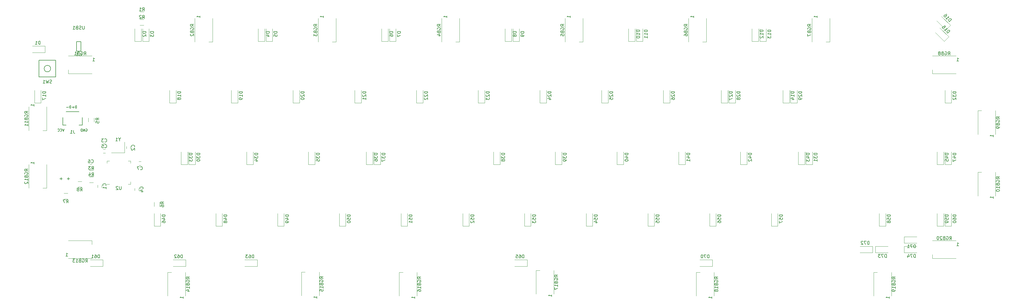
<source format=gbr>
G04 #@! TF.GenerationSoftware,KiCad,Pcbnew,(5.1.10)-1*
G04 #@! TF.CreationDate,2021-07-14T12:47:45+07:00*
G04 #@! TF.ProjectId,averange65,61766572-616e-4676-9536-352e6b696361,rev?*
G04 #@! TF.SameCoordinates,Original*
G04 #@! TF.FileFunction,Legend,Bot*
G04 #@! TF.FilePolarity,Positive*
%FSLAX46Y46*%
G04 Gerber Fmt 4.6, Leading zero omitted, Abs format (unit mm)*
G04 Created by KiCad (PCBNEW (5.1.10)-1) date 2021-07-14 12:47:45*
%MOMM*%
%LPD*%
G01*
G04 APERTURE LIST*
%ADD10C,0.187500*%
%ADD11C,0.150000*%
%ADD12C,0.120000*%
G04 APERTURE END LIST*
D10*
X17766219Y-70903995D02*
X17766219Y-70153995D01*
X17587647Y-70153995D01*
X17480505Y-70189710D01*
X17409076Y-70261138D01*
X17373362Y-70332567D01*
X17337647Y-70475424D01*
X17337647Y-70582567D01*
X17373362Y-70725424D01*
X17409076Y-70796852D01*
X17480505Y-70868281D01*
X17587647Y-70903995D01*
X17766219Y-70903995D01*
X17016219Y-70618281D02*
X16444790Y-70618281D01*
X16730505Y-70903995D02*
X16730505Y-70332567D01*
X15980274Y-70903995D02*
X15980274Y-70153995D01*
X15801702Y-70153995D01*
X15694560Y-70189710D01*
X15623131Y-70261138D01*
X15587417Y-70332567D01*
X15551702Y-70475424D01*
X15551702Y-70582567D01*
X15587417Y-70725424D01*
X15623131Y-70796852D01*
X15694560Y-70868281D01*
X15801702Y-70903995D01*
X15980274Y-70903995D01*
X15230274Y-70618281D02*
X14658845Y-70618281D01*
X20653508Y-77333490D02*
X20724937Y-77297775D01*
X20832080Y-77297775D01*
X20939222Y-77333490D01*
X21010651Y-77404918D01*
X21046365Y-77476347D01*
X21082080Y-77619204D01*
X21082080Y-77726347D01*
X21046365Y-77869204D01*
X21010651Y-77940632D01*
X20939222Y-78012061D01*
X20832080Y-78047775D01*
X20760651Y-78047775D01*
X20653508Y-78012061D01*
X20617794Y-77976347D01*
X20617794Y-77726347D01*
X20760651Y-77726347D01*
X20296365Y-78047775D02*
X20296365Y-77297775D01*
X19867794Y-78047775D01*
X19867794Y-77297775D01*
X19510651Y-78047775D02*
X19510651Y-77297775D01*
X19332080Y-77297775D01*
X19224937Y-77333490D01*
X19153508Y-77404918D01*
X19117794Y-77476347D01*
X19082080Y-77619204D01*
X19082080Y-77726347D01*
X19117794Y-77869204D01*
X19153508Y-77940632D01*
X19224937Y-78012061D01*
X19332080Y-78047775D01*
X19510651Y-78047775D01*
X13938300Y-77297775D02*
X13688300Y-78047775D01*
X13438300Y-77297775D01*
X12759728Y-77976347D02*
X12795442Y-78012061D01*
X12902585Y-78047775D01*
X12974014Y-78047775D01*
X13081157Y-78012061D01*
X13152585Y-77940632D01*
X13188300Y-77869204D01*
X13224014Y-77726347D01*
X13224014Y-77619204D01*
X13188300Y-77476347D01*
X13152585Y-77404918D01*
X13081157Y-77333490D01*
X12974014Y-77297775D01*
X12902585Y-77297775D01*
X12795442Y-77333490D01*
X12759728Y-77369204D01*
X12009728Y-77976347D02*
X12045442Y-78012061D01*
X12152585Y-78047775D01*
X12224014Y-78047775D01*
X12331157Y-78012061D01*
X12402585Y-77940632D01*
X12438300Y-77869204D01*
X12474014Y-77726347D01*
X12474014Y-77619204D01*
X12438300Y-77476347D01*
X12402585Y-77404918D01*
X12331157Y-77333490D01*
X12224014Y-77297775D01*
X12152585Y-77297775D01*
X12045442Y-77333490D01*
X12009728Y-77369204D01*
D11*
X9771095Y-58658410D02*
G75*
G03*
X9771095Y-58658410I-1000000J0D01*
G01*
X11371095Y-61258410D02*
X11371095Y-56058410D01*
X6171095Y-61258410D02*
X11371095Y-61258410D01*
X6171095Y-56058410D02*
X6171095Y-61258410D01*
X11371095Y-56058410D02*
X6171095Y-56058410D01*
D12*
X156873270Y-117785225D02*
X156873270Y-119785225D01*
X156873270Y-119785225D02*
X152973270Y-119785225D01*
X156873270Y-117785225D02*
X152973270Y-117785225D01*
X21714597Y-93918023D02*
X22914597Y-93918023D01*
X22914597Y-92158023D02*
X21714597Y-92158023D01*
X21714597Y-91983246D02*
X22914597Y-91983246D01*
X22914597Y-90223246D02*
X21714597Y-90223246D01*
X21815768Y-89470811D02*
X22515768Y-89470811D01*
X22515768Y-88270811D02*
X21815768Y-88270811D01*
X263434515Y-113617800D02*
X259534515Y-113617800D01*
X263434515Y-115617800D02*
X259534515Y-115617800D01*
X263434515Y-113617800D02*
X263434515Y-115617800D01*
X273222075Y-112641225D02*
X277122075Y-112641225D01*
X273222075Y-110641225D02*
X277122075Y-110641225D01*
X273222075Y-112641225D02*
X273222075Y-110641225D01*
X51502515Y-117785225D02*
X47602515Y-117785225D01*
X51502515Y-119785225D02*
X47602515Y-119785225D01*
X51502515Y-117785225D02*
X51502515Y-119785225D01*
X25903970Y-117785225D02*
X22003970Y-117785225D01*
X25903970Y-119785225D02*
X22003970Y-119785225D01*
X25903970Y-117785225D02*
X25903970Y-119785225D01*
X273222215Y-115618020D02*
X277122215Y-115618020D01*
X273222215Y-113618020D02*
X277122215Y-113618020D01*
X273222215Y-115618020D02*
X273222215Y-113618020D01*
X214023510Y-117785225D02*
X210123510Y-117785225D01*
X214023510Y-119785225D02*
X210123510Y-119785225D01*
X214023510Y-117785225D02*
X214023510Y-119785225D01*
X264292490Y-115618020D02*
X268192490Y-115618020D01*
X264292490Y-113618020D02*
X268192490Y-113618020D01*
X264292490Y-115618020D02*
X264292490Y-113618020D01*
X73529170Y-117785225D02*
X69629170Y-117785225D01*
X73529170Y-119785225D02*
X69629170Y-119785225D01*
X73529170Y-117785225D02*
X73529170Y-119785225D01*
X15046250Y-97227500D02*
X13846250Y-97227500D01*
X13846250Y-98987500D02*
X15046250Y-98987500D01*
D11*
X17803850Y-50342500D02*
X17803850Y-53242500D01*
X17803850Y-50342500D02*
X19103850Y-50342500D01*
X19103850Y-50342500D02*
X19103850Y-53242500D01*
X19103850Y-53242500D02*
X17803850Y-53242500D01*
D12*
X37656250Y-87411000D02*
X36956250Y-87411000D01*
X36956250Y-88611000D02*
X37656250Y-88611000D01*
X35753750Y-95662000D02*
X35753750Y-96362000D01*
X36953750Y-96362000D02*
X36953750Y-95662000D01*
X24323750Y-94697500D02*
X24323750Y-95397500D01*
X25523750Y-95397500D02*
X25523750Y-94697500D01*
X41696750Y-100047500D02*
X41696750Y-101247500D01*
X43456750Y-101247500D02*
X43456750Y-100047500D01*
D11*
X18510190Y-76155340D02*
X19510190Y-76155340D01*
X19510190Y-76155340D02*
X19510190Y-73755340D01*
X18510190Y-71955340D02*
X14510190Y-71955340D01*
X13510190Y-73755340D02*
X13510190Y-76155340D01*
X13510190Y-76155340D02*
X14510190Y-76155340D01*
D12*
X287783200Y-107342980D02*
X285783200Y-107342980D01*
X285783200Y-107342980D02*
X285783200Y-103442980D01*
X287783200Y-107342980D02*
X287783200Y-103442980D01*
X215154770Y-107342980D02*
X213154770Y-107342980D01*
X213154770Y-107342980D02*
X213154770Y-103442980D01*
X215154770Y-107342980D02*
X215154770Y-103442980D01*
X234204850Y-107342980D02*
X232204850Y-107342980D01*
X232204850Y-107342980D02*
X232204850Y-103442980D01*
X234204850Y-107342980D02*
X234204850Y-103442980D01*
X177054610Y-107342980D02*
X175054610Y-107342980D01*
X175054610Y-107342980D02*
X175054610Y-103442980D01*
X177054610Y-107342980D02*
X177054610Y-103442980D01*
X119904370Y-107342980D02*
X117904370Y-107342980D01*
X117904370Y-107342980D02*
X117904370Y-103442980D01*
X119904370Y-107342980D02*
X119904370Y-103442980D01*
X100854290Y-107342980D02*
X98854290Y-107342980D01*
X98854290Y-107342980D02*
X98854290Y-103442980D01*
X100854290Y-107342980D02*
X100854290Y-103442980D01*
X138954450Y-107342980D02*
X136954450Y-107342980D01*
X136954450Y-107342980D02*
X136954450Y-103442980D01*
X138954450Y-107342980D02*
X138954450Y-103442980D01*
X285401940Y-107342980D02*
X283401940Y-107342980D01*
X283401940Y-107342980D02*
X283401940Y-103442980D01*
X285401940Y-107342980D02*
X285401940Y-103442980D01*
X158004530Y-107342980D02*
X156004530Y-107342980D01*
X156004530Y-107342980D02*
X156004530Y-103442980D01*
X158004530Y-107342980D02*
X158004530Y-103442980D01*
X81804210Y-107342980D02*
X79804210Y-107342980D01*
X79804210Y-107342980D02*
X79804210Y-103442980D01*
X81804210Y-107342980D02*
X81804210Y-103442980D01*
X62754130Y-107342980D02*
X60754130Y-107342980D01*
X60754130Y-107342980D02*
X60754130Y-103442980D01*
X62754130Y-107342980D02*
X62754130Y-103442980D01*
X43704050Y-107342980D02*
X41704050Y-107342980D01*
X41704050Y-107342980D02*
X41704050Y-103442980D01*
X43704050Y-107342980D02*
X43704050Y-103442980D01*
X267542490Y-107342980D02*
X265542490Y-107342980D01*
X265542490Y-107342980D02*
X265542490Y-103442980D01*
X267542490Y-107342980D02*
X267542490Y-103442980D01*
X33682750Y-94415420D02*
X34407750Y-94415420D01*
X34407750Y-94415420D02*
X34407750Y-93690420D01*
X27912750Y-87195420D02*
X27187750Y-87195420D01*
X27187750Y-87195420D02*
X27187750Y-87920420D01*
X33682750Y-87195420D02*
X34407750Y-87195420D01*
X34407750Y-87195420D02*
X34407750Y-87920420D01*
X27912750Y-94415420D02*
X27187750Y-94415420D01*
X18164250Y-95304500D02*
X19364250Y-95304500D01*
X19364250Y-93544500D02*
X18164250Y-93544500D01*
X281942570Y-117368020D02*
X281942570Y-116218020D01*
X289242570Y-117368020D02*
X281942570Y-117368020D01*
X289242570Y-111868020D02*
X281942570Y-111868020D01*
X263792350Y-121683470D02*
X264942350Y-121683470D01*
X263792350Y-128983470D02*
X263792350Y-121683470D01*
X269292350Y-128983470D02*
X269292350Y-121683470D01*
X209023510Y-121683690D02*
X210173510Y-121683690D01*
X209023510Y-128983690D02*
X209023510Y-121683690D01*
X214523510Y-128983690D02*
X214523510Y-121683690D01*
X159612225Y-121088155D02*
X160762225Y-121088155D01*
X159612225Y-128388155D02*
X159612225Y-121088155D01*
X165112225Y-128388155D02*
X165112225Y-121088155D01*
X117345000Y-121683690D02*
X118495000Y-121683690D01*
X117345000Y-128983690D02*
X117345000Y-121683690D01*
X122845000Y-128983690D02*
X122845000Y-121683690D01*
X87169880Y-121614950D02*
X88319880Y-121614950D01*
X87169880Y-128914950D02*
X87169880Y-121614950D01*
X92669880Y-128914950D02*
X92669880Y-121614950D01*
X45907200Y-121683690D02*
X47057200Y-121683690D01*
X45907200Y-128983690D02*
X45907200Y-121683690D01*
X51407200Y-128983690D02*
X51407200Y-121683690D01*
X22541450Y-111868020D02*
X22541450Y-113018020D01*
X15241450Y-111868020D02*
X22541450Y-111868020D01*
X15241450Y-117368020D02*
X22541450Y-117368020D01*
X8544520Y-95646050D02*
X7394520Y-95646050D01*
X8544520Y-88346050D02*
X8544520Y-95646050D01*
X3044520Y-88346050D02*
X3044520Y-95646050D01*
X8544520Y-77786600D02*
X7394520Y-77786600D01*
X8544520Y-70486600D02*
X8544520Y-77786600D01*
X3044520Y-70486600D02*
X3044520Y-77786600D01*
X295939500Y-90727310D02*
X297089500Y-90727310D01*
X295939500Y-98027310D02*
X295939500Y-90727310D01*
X301439500Y-98027310D02*
X301439500Y-90727310D01*
X295939500Y-71677230D02*
X297089500Y-71677230D01*
X295939500Y-78977230D02*
X295939500Y-71677230D01*
X301439500Y-78977230D02*
X301439500Y-71677230D01*
X281942570Y-60217780D02*
X281942570Y-59067780D01*
X289242570Y-60217780D02*
X281942570Y-60217780D01*
X289242570Y-54717780D02*
X281942570Y-54717780D01*
X250242410Y-50402110D02*
X249092410Y-50402110D01*
X250242410Y-43102110D02*
X250242410Y-50402110D01*
X244742410Y-43102110D02*
X244742410Y-50402110D01*
X212142250Y-50402110D02*
X210992250Y-50402110D01*
X212142250Y-43102110D02*
X212142250Y-50402110D01*
X206642250Y-43102110D02*
X206642250Y-50402110D01*
X174042090Y-50402110D02*
X172892090Y-50402110D01*
X174042090Y-43102110D02*
X174042090Y-50402110D01*
X168542090Y-43102110D02*
X168542090Y-50402110D01*
X135941930Y-50402110D02*
X134791930Y-50402110D01*
X135941930Y-43102110D02*
X135941930Y-50402110D01*
X130441930Y-43102110D02*
X130441930Y-50402110D01*
X97841770Y-50402110D02*
X96691770Y-50402110D01*
X97841770Y-43102110D02*
X97841770Y-50402110D01*
X92341770Y-43102110D02*
X92341770Y-50402110D01*
X59741610Y-50402110D02*
X58591610Y-50402110D01*
X59741610Y-43102110D02*
X59741610Y-50402110D01*
X54241610Y-43102110D02*
X54241610Y-50402110D01*
X15241450Y-60217780D02*
X15241450Y-59067780D01*
X22541450Y-60217780D02*
X15241450Y-60217780D01*
X22541450Y-54717780D02*
X15241450Y-54717780D01*
X287495212Y-45249828D02*
X284737496Y-42492112D01*
X286080998Y-46664042D02*
X283323282Y-43906326D01*
X287495212Y-45249828D02*
X286080998Y-46664042D01*
X287000347Y-48826403D02*
X284242631Y-46068687D01*
X285586133Y-50240617D02*
X282828417Y-47482901D01*
X287000347Y-48826403D02*
X285586133Y-50240617D01*
X237776740Y-69242820D02*
X235776740Y-69242820D01*
X235776740Y-69242820D02*
X235776740Y-65342820D01*
X237776740Y-69242820D02*
X237776740Y-65342820D01*
X196104690Y-107342980D02*
X194104690Y-107342980D01*
X194104690Y-107342980D02*
X194104690Y-103442980D01*
X196104690Y-107342980D02*
X196104690Y-103442980D01*
X287783200Y-88292900D02*
X285783200Y-88292900D01*
X285783200Y-88292900D02*
X285783200Y-84392900D01*
X287783200Y-88292900D02*
X287783200Y-84392900D01*
X285401940Y-88292900D02*
X283401940Y-88292900D01*
X283401940Y-88292900D02*
X283401940Y-84392900D01*
X285401940Y-88292900D02*
X285401940Y-84392900D01*
X242539260Y-88292900D02*
X240539260Y-88292900D01*
X240539260Y-88292900D02*
X240539260Y-84392900D01*
X242539260Y-88292900D02*
X242539260Y-84392900D01*
X224679810Y-88292900D02*
X222679810Y-88292900D01*
X222679810Y-88292900D02*
X222679810Y-84392900D01*
X224679810Y-88292900D02*
X224679810Y-84392900D01*
X205629730Y-88292900D02*
X203629730Y-88292900D01*
X203629730Y-88292900D02*
X203629730Y-84392900D01*
X205629730Y-88292900D02*
X205629730Y-84392900D01*
X186579650Y-88292900D02*
X184579650Y-88292900D01*
X184579650Y-88292900D02*
X184579650Y-84392900D01*
X186579650Y-88292900D02*
X186579650Y-84392900D01*
X167529570Y-88292900D02*
X165529570Y-88292900D01*
X165529570Y-88292900D02*
X165529570Y-84392900D01*
X167529570Y-88292900D02*
X167529570Y-84392900D01*
X148479490Y-88292900D02*
X146479490Y-88292900D01*
X146479490Y-88292900D02*
X146479490Y-84392900D01*
X148479490Y-88292900D02*
X148479490Y-84392900D01*
X111569960Y-88292900D02*
X109569960Y-88292900D01*
X109569960Y-88292900D02*
X109569960Y-84392900D01*
X111569960Y-88292900D02*
X111569960Y-84392900D01*
X109188700Y-88292900D02*
X107188700Y-88292900D01*
X107188700Y-88292900D02*
X107188700Y-84392900D01*
X109188700Y-88292900D02*
X109188700Y-84392900D01*
X91329250Y-88292900D02*
X89329250Y-88292900D01*
X89329250Y-88292900D02*
X89329250Y-84392900D01*
X91329250Y-88292900D02*
X91329250Y-84392900D01*
X72279170Y-88292900D02*
X70279170Y-88292900D01*
X70279170Y-88292900D02*
X70279170Y-84392900D01*
X72279170Y-88292900D02*
X72279170Y-84392900D01*
X52038125Y-88292500D02*
X52038125Y-84392500D01*
X50038125Y-88292500D02*
X50038125Y-84392500D01*
X52038125Y-88292500D02*
X50038125Y-88292500D01*
X54419375Y-88292500D02*
X52419375Y-88292500D01*
X52419375Y-88292500D02*
X52419375Y-84392500D01*
X54419375Y-88292500D02*
X54419375Y-84392500D01*
X287783200Y-69242820D02*
X285783200Y-69242820D01*
X285783200Y-69242820D02*
X285783200Y-65342820D01*
X287783200Y-69242820D02*
X287783200Y-65342820D01*
X244920520Y-88292900D02*
X242920520Y-88292900D01*
X242920520Y-88292900D02*
X242920520Y-84392900D01*
X244920520Y-88292900D02*
X244920520Y-84392900D01*
X240157100Y-69242500D02*
X238157100Y-69242500D01*
X238157100Y-69242500D02*
X238157100Y-65342500D01*
X240157100Y-69242500D02*
X240157100Y-65342500D01*
X221107920Y-69242820D02*
X219107920Y-69242820D01*
X219107920Y-69242820D02*
X219107920Y-65342820D01*
X221107920Y-69242820D02*
X221107920Y-65342820D01*
X218726660Y-69242820D02*
X216726660Y-69242820D01*
X216726660Y-69242820D02*
X216726660Y-65342820D01*
X218726660Y-69242820D02*
X218726660Y-65342820D01*
X200867210Y-69242820D02*
X198867210Y-69242820D01*
X198867210Y-69242820D02*
X198867210Y-65342820D01*
X200867210Y-69242820D02*
X200867210Y-65342820D01*
X181816426Y-69242500D02*
X179816426Y-69242500D01*
X179816426Y-69242500D02*
X179816426Y-65342500D01*
X181816426Y-69242500D02*
X181816426Y-65342500D01*
X162767050Y-69242820D02*
X160767050Y-69242820D01*
X160767050Y-69242820D02*
X160767050Y-65342820D01*
X162767050Y-69242820D02*
X162767050Y-65342820D01*
X143716394Y-69242500D02*
X141716394Y-69242500D01*
X141716394Y-69242500D02*
X141716394Y-65342500D01*
X143716394Y-69242500D02*
X143716394Y-65342500D01*
X124666378Y-69242500D02*
X122666378Y-69242500D01*
X122666378Y-69242500D02*
X122666378Y-65342500D01*
X124666378Y-69242500D02*
X124666378Y-65342500D01*
X105616362Y-69242500D02*
X103616362Y-69242500D01*
X103616362Y-69242500D02*
X103616362Y-65342500D01*
X105616362Y-69242500D02*
X105616362Y-65342500D01*
X86566346Y-69242500D02*
X84566346Y-69242500D01*
X84566346Y-69242500D02*
X84566346Y-65342500D01*
X86566346Y-69242500D02*
X86566346Y-65342500D01*
X67516330Y-69242500D02*
X65516330Y-69242500D01*
X65516330Y-69242500D02*
X65516330Y-65342500D01*
X67516330Y-69242500D02*
X67516330Y-65342500D01*
X48466570Y-69242820D02*
X46466570Y-69242820D01*
X46466570Y-69242820D02*
X46466570Y-65342820D01*
X48466570Y-69242820D02*
X48466570Y-65342820D01*
X6794520Y-69242820D02*
X4794520Y-69242820D01*
X4794520Y-69242820D02*
X4794520Y-65342820D01*
X6794520Y-69242820D02*
X6794520Y-65342820D01*
X32559380Y-84692130D02*
X28559380Y-84692130D01*
X32559380Y-81392130D02*
X32559380Y-84692130D01*
X23200250Y-75146500D02*
X23200250Y-73946500D01*
X21440250Y-73946500D02*
X21440250Y-75146500D01*
X37341530Y-45250850D02*
X38541530Y-45250850D01*
X38541530Y-43490850D02*
X37341530Y-43490850D01*
X37341530Y-42869590D02*
X38541530Y-42869590D01*
X38541530Y-41109590D02*
X37341530Y-41109590D01*
X230632960Y-50192740D02*
X230632960Y-46292740D01*
X228632960Y-50192740D02*
X228632960Y-46292740D01*
X230632960Y-50192740D02*
X228632960Y-50192740D01*
X228250840Y-50192500D02*
X228250840Y-46292500D01*
X226250840Y-50192500D02*
X226250840Y-46292500D01*
X228250840Y-50192500D02*
X226250840Y-50192500D01*
X192532800Y-50192500D02*
X192532800Y-46292500D01*
X190532800Y-50192500D02*
X190532800Y-46292500D01*
X192532800Y-50192500D02*
X190532800Y-50192500D01*
X190150808Y-50192500D02*
X190150808Y-46292500D01*
X188150808Y-50192500D02*
X188150808Y-46292500D01*
X190150808Y-50192500D02*
X188150808Y-50192500D01*
X154432640Y-50192500D02*
X154432640Y-46292500D01*
X152432640Y-50192500D02*
X152432640Y-46292500D01*
X154432640Y-50192500D02*
X152432640Y-50192500D01*
X152050776Y-50192500D02*
X152050776Y-46292500D01*
X150050776Y-50192500D02*
X150050776Y-46292500D01*
X152050776Y-50192500D02*
X150050776Y-50192500D01*
X116332480Y-50192500D02*
X116332480Y-46292500D01*
X114332480Y-50192500D02*
X114332480Y-46292500D01*
X116332480Y-50192500D02*
X114332480Y-50192500D01*
X113950744Y-50192500D02*
X113950744Y-46292500D01*
X111950744Y-50192500D02*
X111950744Y-46292500D01*
X113950744Y-50192500D02*
X111950744Y-50192500D01*
X78232320Y-50192740D02*
X78232320Y-46292740D01*
X76232320Y-50192740D02*
X76232320Y-46292740D01*
X78232320Y-50192740D02*
X76232320Y-50192740D01*
X75850712Y-50192500D02*
X75850712Y-46292500D01*
X73850712Y-50192500D02*
X73850712Y-46292500D01*
X75850712Y-50192500D02*
X73850712Y-50192500D01*
X40132160Y-50192740D02*
X40132160Y-46292740D01*
X38132160Y-50192740D02*
X38132160Y-46292740D01*
X40132160Y-50192740D02*
X38132160Y-50192740D01*
X37750900Y-50192740D02*
X35750900Y-50192740D01*
X35750900Y-50192740D02*
X35750900Y-46292740D01*
X37750900Y-50192740D02*
X37750900Y-46292740D01*
X8044520Y-51705260D02*
X8044520Y-53705260D01*
X8044520Y-53705260D02*
X4144520Y-53705260D01*
X8044520Y-51705260D02*
X4144520Y-51705260D01*
X25954880Y-84785130D02*
X26654880Y-84785130D01*
X26654880Y-83585130D02*
X25954880Y-83585130D01*
X25954880Y-83007130D02*
X26654880Y-83007130D01*
X26654880Y-81807130D02*
X25954880Y-81807130D01*
X33134380Y-82755630D02*
X33134380Y-83455630D01*
X34334380Y-83455630D02*
X34334380Y-82755630D01*
D11*
X14859085Y-92717928D02*
X15620990Y-92717928D01*
X15240038Y-93098880D02*
X15240038Y-92336976D01*
X12636581Y-92717928D02*
X13398486Y-92717928D01*
X13017534Y-93098880D02*
X13017534Y-92336976D01*
X10104428Y-63127171D02*
X9961571Y-63174790D01*
X9723475Y-63174790D01*
X9628237Y-63127171D01*
X9580618Y-63079552D01*
X9532999Y-62984314D01*
X9532999Y-62889076D01*
X9580618Y-62793838D01*
X9628237Y-62746219D01*
X9723475Y-62698600D01*
X9913952Y-62650981D01*
X10009190Y-62603362D01*
X10056809Y-62555743D01*
X10104428Y-62460505D01*
X10104428Y-62365267D01*
X10056809Y-62270029D01*
X10009190Y-62222410D01*
X9913952Y-62174790D01*
X9675856Y-62174790D01*
X9532999Y-62222410D01*
X9199666Y-62174790D02*
X8961571Y-63174790D01*
X8771095Y-62460505D01*
X8580618Y-63174790D01*
X8342523Y-62174790D01*
X7437761Y-63174790D02*
X8009190Y-63174790D01*
X7723475Y-63174790D02*
X7723475Y-62174790D01*
X7818714Y-62317648D01*
X7913952Y-62412886D01*
X8009190Y-62460505D01*
X155837555Y-117237605D02*
X155837555Y-116237605D01*
X155599460Y-116237605D01*
X155456603Y-116285225D01*
X155361365Y-116380463D01*
X155313746Y-116475701D01*
X155266127Y-116666177D01*
X155266127Y-116809034D01*
X155313746Y-116999510D01*
X155361365Y-117094748D01*
X155456603Y-117189986D01*
X155599460Y-117237605D01*
X155837555Y-117237605D01*
X154408984Y-116237605D02*
X154599460Y-116237605D01*
X154694698Y-116285225D01*
X154742317Y-116332844D01*
X154837555Y-116475701D01*
X154885174Y-116666177D01*
X154885174Y-117047129D01*
X154837555Y-117142367D01*
X154789936Y-117189986D01*
X154694698Y-117237605D01*
X154504222Y-117237605D01*
X154408984Y-117189986D01*
X154361365Y-117142367D01*
X154313746Y-117047129D01*
X154313746Y-116809034D01*
X154361365Y-116713796D01*
X154408984Y-116666177D01*
X154504222Y-116618558D01*
X154694698Y-116618558D01*
X154789936Y-116666177D01*
X154837555Y-116713796D01*
X154885174Y-116809034D01*
X153408984Y-116237605D02*
X153885174Y-116237605D01*
X153932793Y-116713796D01*
X153885174Y-116666177D01*
X153789936Y-116618558D01*
X153551841Y-116618558D01*
X153456603Y-116666177D01*
X153408984Y-116713796D01*
X153361365Y-116809034D01*
X153361365Y-117047129D01*
X153408984Y-117142367D01*
X153456603Y-117189986D01*
X153551841Y-117237605D01*
X153789936Y-117237605D01*
X153885174Y-117189986D01*
X153932793Y-117142367D01*
X22481263Y-91840403D02*
X22814597Y-91364213D01*
X23052692Y-91840403D02*
X23052692Y-90840403D01*
X22671739Y-90840403D01*
X22576501Y-90888023D01*
X22528882Y-90935642D01*
X22481263Y-91030880D01*
X22481263Y-91173737D01*
X22528882Y-91268975D01*
X22576501Y-91316594D01*
X22671739Y-91364213D01*
X23052692Y-91364213D01*
X21624120Y-91173737D02*
X21624120Y-91840403D01*
X21862216Y-90792784D02*
X22100311Y-91507070D01*
X21481263Y-91507070D01*
X22481263Y-89905626D02*
X22814597Y-89429436D01*
X23052692Y-89905626D02*
X23052692Y-88905626D01*
X22671739Y-88905626D01*
X22576501Y-88953246D01*
X22528882Y-89000865D01*
X22481263Y-89096103D01*
X22481263Y-89238960D01*
X22528882Y-89334198D01*
X22576501Y-89381817D01*
X22671739Y-89429436D01*
X23052692Y-89429436D01*
X22147930Y-88905626D02*
X21528882Y-88905626D01*
X21862216Y-89286579D01*
X21719358Y-89286579D01*
X21624120Y-89334198D01*
X21576501Y-89381817D01*
X21528882Y-89477055D01*
X21528882Y-89715150D01*
X21576501Y-89810388D01*
X21624120Y-89858007D01*
X21719358Y-89905626D01*
X22005073Y-89905626D01*
X22100311Y-89858007D01*
X22147930Y-89810388D01*
X22332434Y-87727953D02*
X22380053Y-87775572D01*
X22522910Y-87823191D01*
X22618148Y-87823191D01*
X22761006Y-87775572D01*
X22856244Y-87680334D01*
X22903863Y-87585096D01*
X22951482Y-87394620D01*
X22951482Y-87251763D01*
X22903863Y-87061287D01*
X22856244Y-86966049D01*
X22761006Y-86870811D01*
X22618148Y-86823191D01*
X22522910Y-86823191D01*
X22380053Y-86870811D01*
X22332434Y-86918430D01*
X21475291Y-86823191D02*
X21665768Y-86823191D01*
X21761006Y-86870811D01*
X21808625Y-86918430D01*
X21903863Y-87061287D01*
X21951482Y-87251763D01*
X21951482Y-87632715D01*
X21903863Y-87727953D01*
X21856244Y-87775572D01*
X21761006Y-87823191D01*
X21570529Y-87823191D01*
X21475291Y-87775572D01*
X21427672Y-87727953D01*
X21380053Y-87632715D01*
X21380053Y-87394620D01*
X21427672Y-87299382D01*
X21475291Y-87251763D01*
X21570529Y-87204144D01*
X21761006Y-87204144D01*
X21856244Y-87251763D01*
X21903863Y-87299382D01*
X21951482Y-87394620D01*
X262398800Y-113070180D02*
X262398800Y-112070180D01*
X262160705Y-112070180D01*
X262017848Y-112117800D01*
X261922610Y-112213038D01*
X261874991Y-112308276D01*
X261827372Y-112498752D01*
X261827372Y-112641609D01*
X261874991Y-112832085D01*
X261922610Y-112927323D01*
X262017848Y-113022561D01*
X262160705Y-113070180D01*
X262398800Y-113070180D01*
X261494038Y-112070180D02*
X260827372Y-112070180D01*
X261255943Y-113070180D01*
X260494038Y-112165419D02*
X260446419Y-112117800D01*
X260351181Y-112070180D01*
X260113086Y-112070180D01*
X260017848Y-112117800D01*
X259970229Y-112165419D01*
X259922610Y-112260657D01*
X259922610Y-112355895D01*
X259970229Y-112498752D01*
X260541657Y-113070180D01*
X259922610Y-113070180D01*
X276686360Y-114093605D02*
X276686360Y-113093605D01*
X276448265Y-113093605D01*
X276305408Y-113141225D01*
X276210170Y-113236463D01*
X276162551Y-113331701D01*
X276114932Y-113522177D01*
X276114932Y-113665034D01*
X276162551Y-113855510D01*
X276210170Y-113950748D01*
X276305408Y-114045986D01*
X276448265Y-114093605D01*
X276686360Y-114093605D01*
X275781598Y-113093605D02*
X275114932Y-113093605D01*
X275543503Y-114093605D01*
X274210170Y-114093605D02*
X274781598Y-114093605D01*
X274495884Y-114093605D02*
X274495884Y-113093605D01*
X274591122Y-113236463D01*
X274686360Y-113331701D01*
X274781598Y-113379320D01*
X50466800Y-117237605D02*
X50466800Y-116237605D01*
X50228705Y-116237605D01*
X50085848Y-116285225D01*
X49990610Y-116380463D01*
X49942991Y-116475701D01*
X49895372Y-116666177D01*
X49895372Y-116809034D01*
X49942991Y-116999510D01*
X49990610Y-117094748D01*
X50085848Y-117189986D01*
X50228705Y-117237605D01*
X50466800Y-117237605D01*
X49038229Y-116237605D02*
X49228705Y-116237605D01*
X49323943Y-116285225D01*
X49371562Y-116332844D01*
X49466800Y-116475701D01*
X49514419Y-116666177D01*
X49514419Y-117047129D01*
X49466800Y-117142367D01*
X49419181Y-117189986D01*
X49323943Y-117237605D01*
X49133467Y-117237605D01*
X49038229Y-117189986D01*
X48990610Y-117142367D01*
X48942991Y-117047129D01*
X48942991Y-116809034D01*
X48990610Y-116713796D01*
X49038229Y-116666177D01*
X49133467Y-116618558D01*
X49323943Y-116618558D01*
X49419181Y-116666177D01*
X49466800Y-116713796D01*
X49514419Y-116809034D01*
X48562038Y-116332844D02*
X48514419Y-116285225D01*
X48419181Y-116237605D01*
X48181086Y-116237605D01*
X48085848Y-116285225D01*
X48038229Y-116332844D01*
X47990610Y-116428082D01*
X47990610Y-116523320D01*
X48038229Y-116666177D01*
X48609657Y-117237605D01*
X47990610Y-117237605D01*
X24868255Y-117237605D02*
X24868255Y-116237605D01*
X24630160Y-116237605D01*
X24487303Y-116285225D01*
X24392065Y-116380463D01*
X24344446Y-116475701D01*
X24296827Y-116666177D01*
X24296827Y-116809034D01*
X24344446Y-116999510D01*
X24392065Y-117094748D01*
X24487303Y-117189986D01*
X24630160Y-117237605D01*
X24868255Y-117237605D01*
X23439684Y-116237605D02*
X23630160Y-116237605D01*
X23725398Y-116285225D01*
X23773017Y-116332844D01*
X23868255Y-116475701D01*
X23915874Y-116666177D01*
X23915874Y-117047129D01*
X23868255Y-117142367D01*
X23820636Y-117189986D01*
X23725398Y-117237605D01*
X23534922Y-117237605D01*
X23439684Y-117189986D01*
X23392065Y-117142367D01*
X23344446Y-117047129D01*
X23344446Y-116809034D01*
X23392065Y-116713796D01*
X23439684Y-116666177D01*
X23534922Y-116618558D01*
X23725398Y-116618558D01*
X23820636Y-116666177D01*
X23868255Y-116713796D01*
X23915874Y-116809034D01*
X22392065Y-117237605D02*
X22963493Y-117237605D01*
X22677779Y-117237605D02*
X22677779Y-116237605D01*
X22773017Y-116380463D01*
X22868255Y-116475701D01*
X22963493Y-116523320D01*
X276686500Y-117070400D02*
X276686500Y-116070400D01*
X276448405Y-116070400D01*
X276305548Y-116118020D01*
X276210310Y-116213258D01*
X276162691Y-116308496D01*
X276115072Y-116498972D01*
X276115072Y-116641829D01*
X276162691Y-116832305D01*
X276210310Y-116927543D01*
X276305548Y-117022781D01*
X276448405Y-117070400D01*
X276686500Y-117070400D01*
X275781738Y-116070400D02*
X275115072Y-116070400D01*
X275543643Y-117070400D01*
X274305548Y-116403734D02*
X274305548Y-117070400D01*
X274543643Y-116022781D02*
X274781738Y-116737067D01*
X274162691Y-116737067D01*
X212987795Y-117237605D02*
X212987795Y-116237605D01*
X212749700Y-116237605D01*
X212606843Y-116285225D01*
X212511605Y-116380463D01*
X212463986Y-116475701D01*
X212416367Y-116666177D01*
X212416367Y-116809034D01*
X212463986Y-116999510D01*
X212511605Y-117094748D01*
X212606843Y-117189986D01*
X212749700Y-117237605D01*
X212987795Y-117237605D01*
X212083033Y-116237605D02*
X211416367Y-116237605D01*
X211844938Y-117237605D01*
X210844938Y-116237605D02*
X210749700Y-116237605D01*
X210654462Y-116285225D01*
X210606843Y-116332844D01*
X210559224Y-116428082D01*
X210511605Y-116618558D01*
X210511605Y-116856653D01*
X210559224Y-117047129D01*
X210606843Y-117142367D01*
X210654462Y-117189986D01*
X210749700Y-117237605D01*
X210844938Y-117237605D01*
X210940176Y-117189986D01*
X210987795Y-117142367D01*
X211035414Y-117047129D01*
X211083033Y-116856653D01*
X211083033Y-116618558D01*
X211035414Y-116428082D01*
X210987795Y-116332844D01*
X210940176Y-116285225D01*
X210844938Y-116237605D01*
X267756775Y-117070400D02*
X267756775Y-116070400D01*
X267518680Y-116070400D01*
X267375823Y-116118020D01*
X267280585Y-116213258D01*
X267232966Y-116308496D01*
X267185347Y-116498972D01*
X267185347Y-116641829D01*
X267232966Y-116832305D01*
X267280585Y-116927543D01*
X267375823Y-117022781D01*
X267518680Y-117070400D01*
X267756775Y-117070400D01*
X266852013Y-116070400D02*
X266185347Y-116070400D01*
X266613918Y-117070400D01*
X265899632Y-116070400D02*
X265280585Y-116070400D01*
X265613918Y-116451353D01*
X265471061Y-116451353D01*
X265375823Y-116498972D01*
X265328204Y-116546591D01*
X265280585Y-116641829D01*
X265280585Y-116879924D01*
X265328204Y-116975162D01*
X265375823Y-117022781D01*
X265471061Y-117070400D01*
X265756775Y-117070400D01*
X265852013Y-117022781D01*
X265899632Y-116975162D01*
X72493455Y-117237605D02*
X72493455Y-116237605D01*
X72255360Y-116237605D01*
X72112503Y-116285225D01*
X72017265Y-116380463D01*
X71969646Y-116475701D01*
X71922027Y-116666177D01*
X71922027Y-116809034D01*
X71969646Y-116999510D01*
X72017265Y-117094748D01*
X72112503Y-117189986D01*
X72255360Y-117237605D01*
X72493455Y-117237605D01*
X71064884Y-116237605D02*
X71255360Y-116237605D01*
X71350598Y-116285225D01*
X71398217Y-116332844D01*
X71493455Y-116475701D01*
X71541074Y-116666177D01*
X71541074Y-117047129D01*
X71493455Y-117142367D01*
X71445836Y-117189986D01*
X71350598Y-117237605D01*
X71160122Y-117237605D01*
X71064884Y-117189986D01*
X71017265Y-117142367D01*
X70969646Y-117047129D01*
X70969646Y-116809034D01*
X71017265Y-116713796D01*
X71064884Y-116666177D01*
X71160122Y-116618558D01*
X71350598Y-116618558D01*
X71445836Y-116666177D01*
X71493455Y-116713796D01*
X71541074Y-116809034D01*
X70636312Y-116237605D02*
X70017265Y-116237605D01*
X70350598Y-116618558D01*
X70207741Y-116618558D01*
X70112503Y-116666177D01*
X70064884Y-116713796D01*
X70017265Y-116809034D01*
X70017265Y-117047129D01*
X70064884Y-117142367D01*
X70112503Y-117189986D01*
X70207741Y-117237605D01*
X70493455Y-117237605D01*
X70588693Y-117189986D01*
X70636312Y-117142367D01*
X14612916Y-100209880D02*
X14946250Y-99733690D01*
X15184345Y-100209880D02*
X15184345Y-99209880D01*
X14803392Y-99209880D01*
X14708154Y-99257500D01*
X14660535Y-99305119D01*
X14612916Y-99400357D01*
X14612916Y-99543214D01*
X14660535Y-99638452D01*
X14708154Y-99686071D01*
X14803392Y-99733690D01*
X15184345Y-99733690D01*
X14279583Y-99209880D02*
X13612916Y-99209880D01*
X14041488Y-100209880D01*
X19215754Y-53694880D02*
X19215754Y-54504404D01*
X19168135Y-54599642D01*
X19120516Y-54647261D01*
X19025278Y-54694880D01*
X18834802Y-54694880D01*
X18739564Y-54647261D01*
X18691945Y-54599642D01*
X18644326Y-54504404D01*
X18644326Y-53694880D01*
X17644326Y-54694880D02*
X18215754Y-54694880D01*
X17930040Y-54694880D02*
X17930040Y-53694880D01*
X18025278Y-53837738D01*
X18120516Y-53932976D01*
X18215754Y-53980595D01*
X37472916Y-89868142D02*
X37520535Y-89915761D01*
X37663392Y-89963380D01*
X37758630Y-89963380D01*
X37901488Y-89915761D01*
X37996726Y-89820523D01*
X38044345Y-89725285D01*
X38091964Y-89534809D01*
X38091964Y-89391952D01*
X38044345Y-89201476D01*
X37996726Y-89106238D01*
X37901488Y-89011000D01*
X37758630Y-88963380D01*
X37663392Y-88963380D01*
X37520535Y-89011000D01*
X37472916Y-89058619D01*
X37139583Y-88963380D02*
X36472916Y-88963380D01*
X36901488Y-89963380D01*
X38210892Y-95845333D02*
X38258511Y-95797714D01*
X38306130Y-95654857D01*
X38306130Y-95559619D01*
X38258511Y-95416761D01*
X38163273Y-95321523D01*
X38068035Y-95273904D01*
X37877559Y-95226285D01*
X37734702Y-95226285D01*
X37544226Y-95273904D01*
X37448988Y-95321523D01*
X37353750Y-95416761D01*
X37306130Y-95559619D01*
X37306130Y-95654857D01*
X37353750Y-95797714D01*
X37401369Y-95845333D01*
X37639464Y-96702476D02*
X38306130Y-96702476D01*
X37258511Y-96464380D02*
X37972797Y-96226285D01*
X37972797Y-96845333D01*
X26780892Y-94880833D02*
X26828511Y-94833214D01*
X26876130Y-94690357D01*
X26876130Y-94595119D01*
X26828511Y-94452261D01*
X26733273Y-94357023D01*
X26638035Y-94309404D01*
X26447559Y-94261785D01*
X26304702Y-94261785D01*
X26114226Y-94309404D01*
X26018988Y-94357023D01*
X25923750Y-94452261D01*
X25876130Y-94595119D01*
X25876130Y-94690357D01*
X25923750Y-94833214D01*
X25971369Y-94880833D01*
X26876130Y-95833214D02*
X26876130Y-95261785D01*
X26876130Y-95547500D02*
X25876130Y-95547500D01*
X26018988Y-95452261D01*
X26114226Y-95357023D01*
X26161845Y-95261785D01*
X44679130Y-100480833D02*
X44202940Y-100147500D01*
X44679130Y-99909404D02*
X43679130Y-99909404D01*
X43679130Y-100290357D01*
X43726750Y-100385595D01*
X43774369Y-100433214D01*
X43869607Y-100480833D01*
X44012464Y-100480833D01*
X44107702Y-100433214D01*
X44155321Y-100385595D01*
X44202940Y-100290357D01*
X44202940Y-99909404D01*
X43679130Y-101337976D02*
X43679130Y-101147500D01*
X43726750Y-101052261D01*
X43774369Y-101004642D01*
X43917226Y-100909404D01*
X44107702Y-100861785D01*
X44488654Y-100861785D01*
X44583892Y-100909404D01*
X44631511Y-100957023D01*
X44679130Y-101052261D01*
X44679130Y-101242738D01*
X44631511Y-101337976D01*
X44583892Y-101385595D01*
X44488654Y-101433214D01*
X44250559Y-101433214D01*
X44155321Y-101385595D01*
X44107702Y-101337976D01*
X44060083Y-101242738D01*
X44060083Y-101052261D01*
X44107702Y-100957023D01*
X44155321Y-100909404D01*
X44250559Y-100861785D01*
X16843523Y-77707720D02*
X16843523Y-78422006D01*
X16891142Y-78564863D01*
X16986380Y-78660101D01*
X17129237Y-78707720D01*
X17224475Y-78707720D01*
X15843523Y-78707720D02*
X16414951Y-78707720D01*
X16129237Y-78707720D02*
X16129237Y-77707720D01*
X16224475Y-77850578D01*
X16319713Y-77945816D01*
X16414951Y-77993435D01*
X289235580Y-103878694D02*
X288235580Y-103878694D01*
X288235580Y-104116789D01*
X288283200Y-104259646D01*
X288378438Y-104354884D01*
X288473676Y-104402503D01*
X288664152Y-104450122D01*
X288807009Y-104450122D01*
X288997485Y-104402503D01*
X289092723Y-104354884D01*
X289187961Y-104259646D01*
X289235580Y-104116789D01*
X289235580Y-103878694D01*
X288235580Y-105307265D02*
X288235580Y-105116789D01*
X288283200Y-105021551D01*
X288330819Y-104973932D01*
X288473676Y-104878694D01*
X288664152Y-104831075D01*
X289045104Y-104831075D01*
X289140342Y-104878694D01*
X289187961Y-104926313D01*
X289235580Y-105021551D01*
X289235580Y-105212027D01*
X289187961Y-105307265D01*
X289140342Y-105354884D01*
X289045104Y-105402503D01*
X288807009Y-105402503D01*
X288711771Y-105354884D01*
X288664152Y-105307265D01*
X288616533Y-105212027D01*
X288616533Y-105021551D01*
X288664152Y-104926313D01*
X288711771Y-104878694D01*
X288807009Y-104831075D01*
X288235580Y-106021551D02*
X288235580Y-106116789D01*
X288283200Y-106212027D01*
X288330819Y-106259646D01*
X288426057Y-106307265D01*
X288616533Y-106354884D01*
X288854628Y-106354884D01*
X289045104Y-106307265D01*
X289140342Y-106259646D01*
X289187961Y-106212027D01*
X289235580Y-106116789D01*
X289235580Y-106021551D01*
X289187961Y-105926313D01*
X289140342Y-105878694D01*
X289045104Y-105831075D01*
X288854628Y-105783456D01*
X288616533Y-105783456D01*
X288426057Y-105831075D01*
X288330819Y-105878694D01*
X288283200Y-105926313D01*
X288235580Y-106021551D01*
X216607150Y-103878694D02*
X215607150Y-103878694D01*
X215607150Y-104116789D01*
X215654770Y-104259646D01*
X215750008Y-104354884D01*
X215845246Y-104402503D01*
X216035722Y-104450122D01*
X216178579Y-104450122D01*
X216369055Y-104402503D01*
X216464293Y-104354884D01*
X216559531Y-104259646D01*
X216607150Y-104116789D01*
X216607150Y-103878694D01*
X215607150Y-105354884D02*
X215607150Y-104878694D01*
X216083341Y-104831075D01*
X216035722Y-104878694D01*
X215988103Y-104973932D01*
X215988103Y-105212027D01*
X216035722Y-105307265D01*
X216083341Y-105354884D01*
X216178579Y-105402503D01*
X216416674Y-105402503D01*
X216511912Y-105354884D01*
X216559531Y-105307265D01*
X216607150Y-105212027D01*
X216607150Y-104973932D01*
X216559531Y-104878694D01*
X216511912Y-104831075D01*
X215607150Y-106259646D02*
X215607150Y-106069170D01*
X215654770Y-105973932D01*
X215702389Y-105926313D01*
X215845246Y-105831075D01*
X216035722Y-105783456D01*
X216416674Y-105783456D01*
X216511912Y-105831075D01*
X216559531Y-105878694D01*
X216607150Y-105973932D01*
X216607150Y-106164408D01*
X216559531Y-106259646D01*
X216511912Y-106307265D01*
X216416674Y-106354884D01*
X216178579Y-106354884D01*
X216083341Y-106307265D01*
X216035722Y-106259646D01*
X215988103Y-106164408D01*
X215988103Y-105973932D01*
X216035722Y-105878694D01*
X216083341Y-105831075D01*
X216178579Y-105783456D01*
X235657230Y-103878694D02*
X234657230Y-103878694D01*
X234657230Y-104116789D01*
X234704850Y-104259646D01*
X234800088Y-104354884D01*
X234895326Y-104402503D01*
X235085802Y-104450122D01*
X235228659Y-104450122D01*
X235419135Y-104402503D01*
X235514373Y-104354884D01*
X235609611Y-104259646D01*
X235657230Y-104116789D01*
X235657230Y-103878694D01*
X234657230Y-105354884D02*
X234657230Y-104878694D01*
X235133421Y-104831075D01*
X235085802Y-104878694D01*
X235038183Y-104973932D01*
X235038183Y-105212027D01*
X235085802Y-105307265D01*
X235133421Y-105354884D01*
X235228659Y-105402503D01*
X235466754Y-105402503D01*
X235561992Y-105354884D01*
X235609611Y-105307265D01*
X235657230Y-105212027D01*
X235657230Y-104973932D01*
X235609611Y-104878694D01*
X235561992Y-104831075D01*
X234657230Y-105735837D02*
X234657230Y-106402503D01*
X235657230Y-105973932D01*
X178506990Y-103878694D02*
X177506990Y-103878694D01*
X177506990Y-104116789D01*
X177554610Y-104259646D01*
X177649848Y-104354884D01*
X177745086Y-104402503D01*
X177935562Y-104450122D01*
X178078419Y-104450122D01*
X178268895Y-104402503D01*
X178364133Y-104354884D01*
X178459371Y-104259646D01*
X178506990Y-104116789D01*
X178506990Y-103878694D01*
X177506990Y-105354884D02*
X177506990Y-104878694D01*
X177983181Y-104831075D01*
X177935562Y-104878694D01*
X177887943Y-104973932D01*
X177887943Y-105212027D01*
X177935562Y-105307265D01*
X177983181Y-105354884D01*
X178078419Y-105402503D01*
X178316514Y-105402503D01*
X178411752Y-105354884D01*
X178459371Y-105307265D01*
X178506990Y-105212027D01*
X178506990Y-104973932D01*
X178459371Y-104878694D01*
X178411752Y-104831075D01*
X177840324Y-106259646D02*
X178506990Y-106259646D01*
X177459371Y-106021551D02*
X178173657Y-105783456D01*
X178173657Y-106402503D01*
X121356750Y-103878694D02*
X120356750Y-103878694D01*
X120356750Y-104116789D01*
X120404370Y-104259646D01*
X120499608Y-104354884D01*
X120594846Y-104402503D01*
X120785322Y-104450122D01*
X120928179Y-104450122D01*
X121118655Y-104402503D01*
X121213893Y-104354884D01*
X121309131Y-104259646D01*
X121356750Y-104116789D01*
X121356750Y-103878694D01*
X120356750Y-105354884D02*
X120356750Y-104878694D01*
X120832941Y-104831075D01*
X120785322Y-104878694D01*
X120737703Y-104973932D01*
X120737703Y-105212027D01*
X120785322Y-105307265D01*
X120832941Y-105354884D01*
X120928179Y-105402503D01*
X121166274Y-105402503D01*
X121261512Y-105354884D01*
X121309131Y-105307265D01*
X121356750Y-105212027D01*
X121356750Y-104973932D01*
X121309131Y-104878694D01*
X121261512Y-104831075D01*
X121356750Y-106354884D02*
X121356750Y-105783456D01*
X121356750Y-106069170D02*
X120356750Y-106069170D01*
X120499608Y-105973932D01*
X120594846Y-105878694D01*
X120642465Y-105783456D01*
X102306670Y-103878694D02*
X101306670Y-103878694D01*
X101306670Y-104116789D01*
X101354290Y-104259646D01*
X101449528Y-104354884D01*
X101544766Y-104402503D01*
X101735242Y-104450122D01*
X101878099Y-104450122D01*
X102068575Y-104402503D01*
X102163813Y-104354884D01*
X102259051Y-104259646D01*
X102306670Y-104116789D01*
X102306670Y-103878694D01*
X101306670Y-105354884D02*
X101306670Y-104878694D01*
X101782861Y-104831075D01*
X101735242Y-104878694D01*
X101687623Y-104973932D01*
X101687623Y-105212027D01*
X101735242Y-105307265D01*
X101782861Y-105354884D01*
X101878099Y-105402503D01*
X102116194Y-105402503D01*
X102211432Y-105354884D01*
X102259051Y-105307265D01*
X102306670Y-105212027D01*
X102306670Y-104973932D01*
X102259051Y-104878694D01*
X102211432Y-104831075D01*
X101306670Y-106021551D02*
X101306670Y-106116789D01*
X101354290Y-106212027D01*
X101401909Y-106259646D01*
X101497147Y-106307265D01*
X101687623Y-106354884D01*
X101925718Y-106354884D01*
X102116194Y-106307265D01*
X102211432Y-106259646D01*
X102259051Y-106212027D01*
X102306670Y-106116789D01*
X102306670Y-106021551D01*
X102259051Y-105926313D01*
X102211432Y-105878694D01*
X102116194Y-105831075D01*
X101925718Y-105783456D01*
X101687623Y-105783456D01*
X101497147Y-105831075D01*
X101401909Y-105878694D01*
X101354290Y-105926313D01*
X101306670Y-106021551D01*
X140406830Y-103878694D02*
X139406830Y-103878694D01*
X139406830Y-104116789D01*
X139454450Y-104259646D01*
X139549688Y-104354884D01*
X139644926Y-104402503D01*
X139835402Y-104450122D01*
X139978259Y-104450122D01*
X140168735Y-104402503D01*
X140263973Y-104354884D01*
X140359211Y-104259646D01*
X140406830Y-104116789D01*
X140406830Y-103878694D01*
X139406830Y-105354884D02*
X139406830Y-104878694D01*
X139883021Y-104831075D01*
X139835402Y-104878694D01*
X139787783Y-104973932D01*
X139787783Y-105212027D01*
X139835402Y-105307265D01*
X139883021Y-105354884D01*
X139978259Y-105402503D01*
X140216354Y-105402503D01*
X140311592Y-105354884D01*
X140359211Y-105307265D01*
X140406830Y-105212027D01*
X140406830Y-104973932D01*
X140359211Y-104878694D01*
X140311592Y-104831075D01*
X139502069Y-105783456D02*
X139454450Y-105831075D01*
X139406830Y-105926313D01*
X139406830Y-106164408D01*
X139454450Y-106259646D01*
X139502069Y-106307265D01*
X139597307Y-106354884D01*
X139692545Y-106354884D01*
X139835402Y-106307265D01*
X140406830Y-105735837D01*
X140406830Y-106354884D01*
X286854320Y-103878694D02*
X285854320Y-103878694D01*
X285854320Y-104116789D01*
X285901940Y-104259646D01*
X285997178Y-104354884D01*
X286092416Y-104402503D01*
X286282892Y-104450122D01*
X286425749Y-104450122D01*
X286616225Y-104402503D01*
X286711463Y-104354884D01*
X286806701Y-104259646D01*
X286854320Y-104116789D01*
X286854320Y-103878694D01*
X285854320Y-105354884D02*
X285854320Y-104878694D01*
X286330511Y-104831075D01*
X286282892Y-104878694D01*
X286235273Y-104973932D01*
X286235273Y-105212027D01*
X286282892Y-105307265D01*
X286330511Y-105354884D01*
X286425749Y-105402503D01*
X286663844Y-105402503D01*
X286759082Y-105354884D01*
X286806701Y-105307265D01*
X286854320Y-105212027D01*
X286854320Y-104973932D01*
X286806701Y-104878694D01*
X286759082Y-104831075D01*
X286854320Y-105878694D02*
X286854320Y-106069170D01*
X286806701Y-106164408D01*
X286759082Y-106212027D01*
X286616225Y-106307265D01*
X286425749Y-106354884D01*
X286044797Y-106354884D01*
X285949559Y-106307265D01*
X285901940Y-106259646D01*
X285854320Y-106164408D01*
X285854320Y-105973932D01*
X285901940Y-105878694D01*
X285949559Y-105831075D01*
X286044797Y-105783456D01*
X286282892Y-105783456D01*
X286378130Y-105831075D01*
X286425749Y-105878694D01*
X286473368Y-105973932D01*
X286473368Y-106164408D01*
X286425749Y-106259646D01*
X286378130Y-106307265D01*
X286282892Y-106354884D01*
X159456910Y-103878694D02*
X158456910Y-103878694D01*
X158456910Y-104116789D01*
X158504530Y-104259646D01*
X158599768Y-104354884D01*
X158695006Y-104402503D01*
X158885482Y-104450122D01*
X159028339Y-104450122D01*
X159218815Y-104402503D01*
X159314053Y-104354884D01*
X159409291Y-104259646D01*
X159456910Y-104116789D01*
X159456910Y-103878694D01*
X158456910Y-105354884D02*
X158456910Y-104878694D01*
X158933101Y-104831075D01*
X158885482Y-104878694D01*
X158837863Y-104973932D01*
X158837863Y-105212027D01*
X158885482Y-105307265D01*
X158933101Y-105354884D01*
X159028339Y-105402503D01*
X159266434Y-105402503D01*
X159361672Y-105354884D01*
X159409291Y-105307265D01*
X159456910Y-105212027D01*
X159456910Y-104973932D01*
X159409291Y-104878694D01*
X159361672Y-104831075D01*
X158456910Y-105735837D02*
X158456910Y-106354884D01*
X158837863Y-106021551D01*
X158837863Y-106164408D01*
X158885482Y-106259646D01*
X158933101Y-106307265D01*
X159028339Y-106354884D01*
X159266434Y-106354884D01*
X159361672Y-106307265D01*
X159409291Y-106259646D01*
X159456910Y-106164408D01*
X159456910Y-105878694D01*
X159409291Y-105783456D01*
X159361672Y-105735837D01*
X83256590Y-103878694D02*
X82256590Y-103878694D01*
X82256590Y-104116789D01*
X82304210Y-104259646D01*
X82399448Y-104354884D01*
X82494686Y-104402503D01*
X82685162Y-104450122D01*
X82828019Y-104450122D01*
X83018495Y-104402503D01*
X83113733Y-104354884D01*
X83208971Y-104259646D01*
X83256590Y-104116789D01*
X83256590Y-103878694D01*
X82589924Y-105307265D02*
X83256590Y-105307265D01*
X82208971Y-105069170D02*
X82923257Y-104831075D01*
X82923257Y-105450122D01*
X83256590Y-105878694D02*
X83256590Y-106069170D01*
X83208971Y-106164408D01*
X83161352Y-106212027D01*
X83018495Y-106307265D01*
X82828019Y-106354884D01*
X82447067Y-106354884D01*
X82351829Y-106307265D01*
X82304210Y-106259646D01*
X82256590Y-106164408D01*
X82256590Y-105973932D01*
X82304210Y-105878694D01*
X82351829Y-105831075D01*
X82447067Y-105783456D01*
X82685162Y-105783456D01*
X82780400Y-105831075D01*
X82828019Y-105878694D01*
X82875638Y-105973932D01*
X82875638Y-106164408D01*
X82828019Y-106259646D01*
X82780400Y-106307265D01*
X82685162Y-106354884D01*
X64206510Y-103878694D02*
X63206510Y-103878694D01*
X63206510Y-104116789D01*
X63254130Y-104259646D01*
X63349368Y-104354884D01*
X63444606Y-104402503D01*
X63635082Y-104450122D01*
X63777939Y-104450122D01*
X63968415Y-104402503D01*
X64063653Y-104354884D01*
X64158891Y-104259646D01*
X64206510Y-104116789D01*
X64206510Y-103878694D01*
X63539844Y-105307265D02*
X64206510Y-105307265D01*
X63158891Y-105069170D02*
X63873177Y-104831075D01*
X63873177Y-105450122D01*
X63635082Y-105973932D02*
X63587463Y-105878694D01*
X63539844Y-105831075D01*
X63444606Y-105783456D01*
X63396987Y-105783456D01*
X63301749Y-105831075D01*
X63254130Y-105878694D01*
X63206510Y-105973932D01*
X63206510Y-106164408D01*
X63254130Y-106259646D01*
X63301749Y-106307265D01*
X63396987Y-106354884D01*
X63444606Y-106354884D01*
X63539844Y-106307265D01*
X63587463Y-106259646D01*
X63635082Y-106164408D01*
X63635082Y-105973932D01*
X63682701Y-105878694D01*
X63730320Y-105831075D01*
X63825558Y-105783456D01*
X64016034Y-105783456D01*
X64111272Y-105831075D01*
X64158891Y-105878694D01*
X64206510Y-105973932D01*
X64206510Y-106164408D01*
X64158891Y-106259646D01*
X64111272Y-106307265D01*
X64016034Y-106354884D01*
X63825558Y-106354884D01*
X63730320Y-106307265D01*
X63682701Y-106259646D01*
X63635082Y-106164408D01*
X45156430Y-103878694D02*
X44156430Y-103878694D01*
X44156430Y-104116789D01*
X44204050Y-104259646D01*
X44299288Y-104354884D01*
X44394526Y-104402503D01*
X44585002Y-104450122D01*
X44727859Y-104450122D01*
X44918335Y-104402503D01*
X45013573Y-104354884D01*
X45108811Y-104259646D01*
X45156430Y-104116789D01*
X45156430Y-103878694D01*
X44489764Y-105307265D02*
X45156430Y-105307265D01*
X44108811Y-105069170D02*
X44823097Y-104831075D01*
X44823097Y-105450122D01*
X44156430Y-106259646D02*
X44156430Y-106069170D01*
X44204050Y-105973932D01*
X44251669Y-105926313D01*
X44394526Y-105831075D01*
X44585002Y-105783456D01*
X44965954Y-105783456D01*
X45061192Y-105831075D01*
X45108811Y-105878694D01*
X45156430Y-105973932D01*
X45156430Y-106164408D01*
X45108811Y-106259646D01*
X45061192Y-106307265D01*
X44965954Y-106354884D01*
X44727859Y-106354884D01*
X44632621Y-106307265D01*
X44585002Y-106259646D01*
X44537383Y-106164408D01*
X44537383Y-105973932D01*
X44585002Y-105878694D01*
X44632621Y-105831075D01*
X44727859Y-105783456D01*
X268994870Y-103878694D02*
X267994870Y-103878694D01*
X267994870Y-104116789D01*
X268042490Y-104259646D01*
X268137728Y-104354884D01*
X268232966Y-104402503D01*
X268423442Y-104450122D01*
X268566299Y-104450122D01*
X268756775Y-104402503D01*
X268852013Y-104354884D01*
X268947251Y-104259646D01*
X268994870Y-104116789D01*
X268994870Y-103878694D01*
X267994870Y-105354884D02*
X267994870Y-104878694D01*
X268471061Y-104831075D01*
X268423442Y-104878694D01*
X268375823Y-104973932D01*
X268375823Y-105212027D01*
X268423442Y-105307265D01*
X268471061Y-105354884D01*
X268566299Y-105402503D01*
X268804394Y-105402503D01*
X268899632Y-105354884D01*
X268947251Y-105307265D01*
X268994870Y-105212027D01*
X268994870Y-104973932D01*
X268947251Y-104878694D01*
X268899632Y-104831075D01*
X268423442Y-105973932D02*
X268375823Y-105878694D01*
X268328204Y-105831075D01*
X268232966Y-105783456D01*
X268185347Y-105783456D01*
X268090109Y-105831075D01*
X268042490Y-105878694D01*
X267994870Y-105973932D01*
X267994870Y-106164408D01*
X268042490Y-106259646D01*
X268090109Y-106307265D01*
X268185347Y-106354884D01*
X268232966Y-106354884D01*
X268328204Y-106307265D01*
X268375823Y-106259646D01*
X268423442Y-106164408D01*
X268423442Y-105973932D01*
X268471061Y-105878694D01*
X268518680Y-105831075D01*
X268613918Y-105783456D01*
X268804394Y-105783456D01*
X268899632Y-105831075D01*
X268947251Y-105878694D01*
X268994870Y-105973932D01*
X268994870Y-106164408D01*
X268947251Y-106259646D01*
X268899632Y-106307265D01*
X268804394Y-106354884D01*
X268613918Y-106354884D01*
X268518680Y-106307265D01*
X268471061Y-106259646D01*
X268423442Y-106164408D01*
X31559654Y-95077800D02*
X31559654Y-95887324D01*
X31512035Y-95982562D01*
X31464416Y-96030181D01*
X31369178Y-96077800D01*
X31178702Y-96077800D01*
X31083464Y-96030181D01*
X31035845Y-95982562D01*
X30988226Y-95887324D01*
X30988226Y-95077800D01*
X30559654Y-95173039D02*
X30512035Y-95125420D01*
X30416797Y-95077800D01*
X30178702Y-95077800D01*
X30083464Y-95125420D01*
X30035845Y-95173039D01*
X29988226Y-95268277D01*
X29988226Y-95363515D01*
X30035845Y-95506372D01*
X30607273Y-96077800D01*
X29988226Y-96077800D01*
X18930916Y-96526880D02*
X19264250Y-96050690D01*
X19502345Y-96526880D02*
X19502345Y-95526880D01*
X19121392Y-95526880D01*
X19026154Y-95574500D01*
X18978535Y-95622119D01*
X18930916Y-95717357D01*
X18930916Y-95860214D01*
X18978535Y-95955452D01*
X19026154Y-96003071D01*
X19121392Y-96050690D01*
X19502345Y-96050690D01*
X18359488Y-95955452D02*
X18454726Y-95907833D01*
X18502345Y-95860214D01*
X18549964Y-95764976D01*
X18549964Y-95717357D01*
X18502345Y-95622119D01*
X18454726Y-95574500D01*
X18359488Y-95526880D01*
X18169011Y-95526880D01*
X18073773Y-95574500D01*
X18026154Y-95622119D01*
X17978535Y-95717357D01*
X17978535Y-95764976D01*
X18026154Y-95860214D01*
X18073773Y-95907833D01*
X18169011Y-95955452D01*
X18359488Y-95955452D01*
X18454726Y-96003071D01*
X18502345Y-96050690D01*
X18549964Y-96145928D01*
X18549964Y-96336404D01*
X18502345Y-96431642D01*
X18454726Y-96479261D01*
X18359488Y-96526880D01*
X18169011Y-96526880D01*
X18073773Y-96479261D01*
X18026154Y-96431642D01*
X17978535Y-96336404D01*
X17978535Y-96145928D01*
X18026154Y-96050690D01*
X18073773Y-96003071D01*
X18169011Y-95955452D01*
X287235427Y-111570400D02*
X287568760Y-111094210D01*
X287806855Y-111570400D02*
X287806855Y-110570400D01*
X287425903Y-110570400D01*
X287330665Y-110618020D01*
X287283046Y-110665639D01*
X287235427Y-110760877D01*
X287235427Y-110903734D01*
X287283046Y-110998972D01*
X287330665Y-111046591D01*
X287425903Y-111094210D01*
X287806855Y-111094210D01*
X286283046Y-110618020D02*
X286378284Y-110570400D01*
X286521141Y-110570400D01*
X286663998Y-110618020D01*
X286759236Y-110713258D01*
X286806855Y-110808496D01*
X286854474Y-110998972D01*
X286854474Y-111141829D01*
X286806855Y-111332305D01*
X286759236Y-111427543D01*
X286663998Y-111522781D01*
X286521141Y-111570400D01*
X286425903Y-111570400D01*
X286283046Y-111522781D01*
X286235427Y-111475162D01*
X286235427Y-111141829D01*
X286425903Y-111141829D01*
X285473522Y-111046591D02*
X285330665Y-111094210D01*
X285283046Y-111141829D01*
X285235427Y-111237067D01*
X285235427Y-111379924D01*
X285283046Y-111475162D01*
X285330665Y-111522781D01*
X285425903Y-111570400D01*
X285806855Y-111570400D01*
X285806855Y-110570400D01*
X285473522Y-110570400D01*
X285378284Y-110618020D01*
X285330665Y-110665639D01*
X285283046Y-110760877D01*
X285283046Y-110856115D01*
X285330665Y-110951353D01*
X285378284Y-110998972D01*
X285473522Y-111046591D01*
X285806855Y-111046591D01*
X284854474Y-110665639D02*
X284806855Y-110618020D01*
X284711617Y-110570400D01*
X284473522Y-110570400D01*
X284378284Y-110618020D01*
X284330665Y-110665639D01*
X284283046Y-110760877D01*
X284283046Y-110856115D01*
X284330665Y-110998972D01*
X284902093Y-111570400D01*
X284283046Y-111570400D01*
X283663998Y-110570400D02*
X283568760Y-110570400D01*
X283473522Y-110618020D01*
X283425903Y-110665639D01*
X283378284Y-110760877D01*
X283330665Y-110951353D01*
X283330665Y-111189448D01*
X283378284Y-111379924D01*
X283425903Y-111475162D01*
X283473522Y-111522781D01*
X283568760Y-111570400D01*
X283663998Y-111570400D01*
X283759236Y-111522781D01*
X283806855Y-111475162D01*
X283854474Y-111379924D01*
X283902093Y-111189448D01*
X283902093Y-110951353D01*
X283854474Y-110760877D01*
X283806855Y-110665639D01*
X283759236Y-110618020D01*
X283663998Y-110570400D01*
X289456855Y-113470400D02*
X290028284Y-113470400D01*
X289742570Y-113470400D02*
X289742570Y-112470400D01*
X289837808Y-112613258D01*
X289933046Y-112708496D01*
X290028284Y-112756115D01*
X270494730Y-123690612D02*
X270018540Y-123357279D01*
X270494730Y-123119184D02*
X269494730Y-123119184D01*
X269494730Y-123500136D01*
X269542350Y-123595374D01*
X269589969Y-123642993D01*
X269685207Y-123690612D01*
X269828064Y-123690612D01*
X269923302Y-123642993D01*
X269970921Y-123595374D01*
X270018540Y-123500136D01*
X270018540Y-123119184D01*
X269542350Y-124642993D02*
X269494730Y-124547755D01*
X269494730Y-124404898D01*
X269542350Y-124262041D01*
X269637588Y-124166803D01*
X269732826Y-124119184D01*
X269923302Y-124071565D01*
X270066159Y-124071565D01*
X270256635Y-124119184D01*
X270351873Y-124166803D01*
X270447111Y-124262041D01*
X270494730Y-124404898D01*
X270494730Y-124500136D01*
X270447111Y-124642993D01*
X270399492Y-124690612D01*
X270066159Y-124690612D01*
X270066159Y-124500136D01*
X269970921Y-125452517D02*
X270018540Y-125595374D01*
X270066159Y-125642993D01*
X270161397Y-125690612D01*
X270304254Y-125690612D01*
X270399492Y-125642993D01*
X270447111Y-125595374D01*
X270494730Y-125500136D01*
X270494730Y-125119184D01*
X269494730Y-125119184D01*
X269494730Y-125452517D01*
X269542350Y-125547755D01*
X269589969Y-125595374D01*
X269685207Y-125642993D01*
X269780445Y-125642993D01*
X269875683Y-125595374D01*
X269923302Y-125547755D01*
X269970921Y-125452517D01*
X269970921Y-125119184D01*
X270494730Y-126642993D02*
X270494730Y-126071565D01*
X270494730Y-126357279D02*
X269494730Y-126357279D01*
X269637588Y-126262041D01*
X269732826Y-126166803D01*
X269780445Y-126071565D01*
X270494730Y-127119184D02*
X270494730Y-127309660D01*
X270447111Y-127404898D01*
X270399492Y-127452517D01*
X270256635Y-127547755D01*
X270066159Y-127595374D01*
X269685207Y-127595374D01*
X269589969Y-127547755D01*
X269542350Y-127500136D01*
X269494730Y-127404898D01*
X269494730Y-127214422D01*
X269542350Y-127119184D01*
X269589969Y-127071565D01*
X269685207Y-127023946D01*
X269923302Y-127023946D01*
X270018540Y-127071565D01*
X270066159Y-127119184D01*
X270113778Y-127214422D01*
X270113778Y-127404898D01*
X270066159Y-127500136D01*
X270018540Y-127547755D01*
X269923302Y-127595374D01*
X268594730Y-129769184D02*
X268594730Y-129197755D01*
X268594730Y-129483470D02*
X267594730Y-129483470D01*
X267737588Y-129388231D01*
X267832826Y-129292993D01*
X267880445Y-129197755D01*
X215725890Y-123690832D02*
X215249700Y-123357499D01*
X215725890Y-123119404D02*
X214725890Y-123119404D01*
X214725890Y-123500356D01*
X214773510Y-123595594D01*
X214821129Y-123643213D01*
X214916367Y-123690832D01*
X215059224Y-123690832D01*
X215154462Y-123643213D01*
X215202081Y-123595594D01*
X215249700Y-123500356D01*
X215249700Y-123119404D01*
X214773510Y-124643213D02*
X214725890Y-124547975D01*
X214725890Y-124405118D01*
X214773510Y-124262261D01*
X214868748Y-124167023D01*
X214963986Y-124119404D01*
X215154462Y-124071785D01*
X215297319Y-124071785D01*
X215487795Y-124119404D01*
X215583033Y-124167023D01*
X215678271Y-124262261D01*
X215725890Y-124405118D01*
X215725890Y-124500356D01*
X215678271Y-124643213D01*
X215630652Y-124690832D01*
X215297319Y-124690832D01*
X215297319Y-124500356D01*
X215202081Y-125452737D02*
X215249700Y-125595594D01*
X215297319Y-125643213D01*
X215392557Y-125690832D01*
X215535414Y-125690832D01*
X215630652Y-125643213D01*
X215678271Y-125595594D01*
X215725890Y-125500356D01*
X215725890Y-125119404D01*
X214725890Y-125119404D01*
X214725890Y-125452737D01*
X214773510Y-125547975D01*
X214821129Y-125595594D01*
X214916367Y-125643213D01*
X215011605Y-125643213D01*
X215106843Y-125595594D01*
X215154462Y-125547975D01*
X215202081Y-125452737D01*
X215202081Y-125119404D01*
X215725890Y-126643213D02*
X215725890Y-126071785D01*
X215725890Y-126357499D02*
X214725890Y-126357499D01*
X214868748Y-126262261D01*
X214963986Y-126167023D01*
X215011605Y-126071785D01*
X215154462Y-127214642D02*
X215106843Y-127119404D01*
X215059224Y-127071785D01*
X214963986Y-127024166D01*
X214916367Y-127024166D01*
X214821129Y-127071785D01*
X214773510Y-127119404D01*
X214725890Y-127214642D01*
X214725890Y-127405118D01*
X214773510Y-127500356D01*
X214821129Y-127547975D01*
X214916367Y-127595594D01*
X214963986Y-127595594D01*
X215059224Y-127547975D01*
X215106843Y-127500356D01*
X215154462Y-127405118D01*
X215154462Y-127214642D01*
X215202081Y-127119404D01*
X215249700Y-127071785D01*
X215344938Y-127024166D01*
X215535414Y-127024166D01*
X215630652Y-127071785D01*
X215678271Y-127119404D01*
X215725890Y-127214642D01*
X215725890Y-127405118D01*
X215678271Y-127500356D01*
X215630652Y-127547975D01*
X215535414Y-127595594D01*
X215344938Y-127595594D01*
X215249700Y-127547975D01*
X215202081Y-127500356D01*
X215154462Y-127405118D01*
X213825890Y-129769404D02*
X213825890Y-129197975D01*
X213825890Y-129483690D02*
X212825890Y-129483690D01*
X212968748Y-129388451D01*
X213063986Y-129293213D01*
X213111605Y-129197975D01*
X166314605Y-123095297D02*
X165838415Y-122761964D01*
X166314605Y-122523869D02*
X165314605Y-122523869D01*
X165314605Y-122904821D01*
X165362225Y-123000059D01*
X165409844Y-123047678D01*
X165505082Y-123095297D01*
X165647939Y-123095297D01*
X165743177Y-123047678D01*
X165790796Y-123000059D01*
X165838415Y-122904821D01*
X165838415Y-122523869D01*
X165362225Y-124047678D02*
X165314605Y-123952440D01*
X165314605Y-123809583D01*
X165362225Y-123666726D01*
X165457463Y-123571488D01*
X165552701Y-123523869D01*
X165743177Y-123476250D01*
X165886034Y-123476250D01*
X166076510Y-123523869D01*
X166171748Y-123571488D01*
X166266986Y-123666726D01*
X166314605Y-123809583D01*
X166314605Y-123904821D01*
X166266986Y-124047678D01*
X166219367Y-124095297D01*
X165886034Y-124095297D01*
X165886034Y-123904821D01*
X165790796Y-124857202D02*
X165838415Y-125000059D01*
X165886034Y-125047678D01*
X165981272Y-125095297D01*
X166124129Y-125095297D01*
X166219367Y-125047678D01*
X166266986Y-125000059D01*
X166314605Y-124904821D01*
X166314605Y-124523869D01*
X165314605Y-124523869D01*
X165314605Y-124857202D01*
X165362225Y-124952440D01*
X165409844Y-125000059D01*
X165505082Y-125047678D01*
X165600320Y-125047678D01*
X165695558Y-125000059D01*
X165743177Y-124952440D01*
X165790796Y-124857202D01*
X165790796Y-124523869D01*
X166314605Y-126047678D02*
X166314605Y-125476250D01*
X166314605Y-125761964D02*
X165314605Y-125761964D01*
X165457463Y-125666726D01*
X165552701Y-125571488D01*
X165600320Y-125476250D01*
X165314605Y-126381012D02*
X165314605Y-127047678D01*
X166314605Y-126619107D01*
X164414605Y-129173869D02*
X164414605Y-128602440D01*
X164414605Y-128888155D02*
X163414605Y-128888155D01*
X163557463Y-128792916D01*
X163652701Y-128697678D01*
X163700320Y-128602440D01*
X124047380Y-123690832D02*
X123571190Y-123357499D01*
X124047380Y-123119404D02*
X123047380Y-123119404D01*
X123047380Y-123500356D01*
X123095000Y-123595594D01*
X123142619Y-123643213D01*
X123237857Y-123690832D01*
X123380714Y-123690832D01*
X123475952Y-123643213D01*
X123523571Y-123595594D01*
X123571190Y-123500356D01*
X123571190Y-123119404D01*
X123095000Y-124643213D02*
X123047380Y-124547975D01*
X123047380Y-124405118D01*
X123095000Y-124262261D01*
X123190238Y-124167023D01*
X123285476Y-124119404D01*
X123475952Y-124071785D01*
X123618809Y-124071785D01*
X123809285Y-124119404D01*
X123904523Y-124167023D01*
X123999761Y-124262261D01*
X124047380Y-124405118D01*
X124047380Y-124500356D01*
X123999761Y-124643213D01*
X123952142Y-124690832D01*
X123618809Y-124690832D01*
X123618809Y-124500356D01*
X123523571Y-125452737D02*
X123571190Y-125595594D01*
X123618809Y-125643213D01*
X123714047Y-125690832D01*
X123856904Y-125690832D01*
X123952142Y-125643213D01*
X123999761Y-125595594D01*
X124047380Y-125500356D01*
X124047380Y-125119404D01*
X123047380Y-125119404D01*
X123047380Y-125452737D01*
X123095000Y-125547975D01*
X123142619Y-125595594D01*
X123237857Y-125643213D01*
X123333095Y-125643213D01*
X123428333Y-125595594D01*
X123475952Y-125547975D01*
X123523571Y-125452737D01*
X123523571Y-125119404D01*
X124047380Y-126643213D02*
X124047380Y-126071785D01*
X124047380Y-126357499D02*
X123047380Y-126357499D01*
X123190238Y-126262261D01*
X123285476Y-126167023D01*
X123333095Y-126071785D01*
X123047380Y-127500356D02*
X123047380Y-127309880D01*
X123095000Y-127214642D01*
X123142619Y-127167023D01*
X123285476Y-127071785D01*
X123475952Y-127024166D01*
X123856904Y-127024166D01*
X123952142Y-127071785D01*
X123999761Y-127119404D01*
X124047380Y-127214642D01*
X124047380Y-127405118D01*
X123999761Y-127500356D01*
X123952142Y-127547975D01*
X123856904Y-127595594D01*
X123618809Y-127595594D01*
X123523571Y-127547975D01*
X123475952Y-127500356D01*
X123428333Y-127405118D01*
X123428333Y-127214642D01*
X123475952Y-127119404D01*
X123523571Y-127071785D01*
X123618809Y-127024166D01*
X122147380Y-129769404D02*
X122147380Y-129197975D01*
X122147380Y-129483690D02*
X121147380Y-129483690D01*
X121290238Y-129388451D01*
X121385476Y-129293213D01*
X121433095Y-129197975D01*
X93872260Y-123622092D02*
X93396070Y-123288759D01*
X93872260Y-123050664D02*
X92872260Y-123050664D01*
X92872260Y-123431616D01*
X92919880Y-123526854D01*
X92967499Y-123574473D01*
X93062737Y-123622092D01*
X93205594Y-123622092D01*
X93300832Y-123574473D01*
X93348451Y-123526854D01*
X93396070Y-123431616D01*
X93396070Y-123050664D01*
X92919880Y-124574473D02*
X92872260Y-124479235D01*
X92872260Y-124336378D01*
X92919880Y-124193521D01*
X93015118Y-124098283D01*
X93110356Y-124050664D01*
X93300832Y-124003045D01*
X93443689Y-124003045D01*
X93634165Y-124050664D01*
X93729403Y-124098283D01*
X93824641Y-124193521D01*
X93872260Y-124336378D01*
X93872260Y-124431616D01*
X93824641Y-124574473D01*
X93777022Y-124622092D01*
X93443689Y-124622092D01*
X93443689Y-124431616D01*
X93348451Y-125383997D02*
X93396070Y-125526854D01*
X93443689Y-125574473D01*
X93538927Y-125622092D01*
X93681784Y-125622092D01*
X93777022Y-125574473D01*
X93824641Y-125526854D01*
X93872260Y-125431616D01*
X93872260Y-125050664D01*
X92872260Y-125050664D01*
X92872260Y-125383997D01*
X92919880Y-125479235D01*
X92967499Y-125526854D01*
X93062737Y-125574473D01*
X93157975Y-125574473D01*
X93253213Y-125526854D01*
X93300832Y-125479235D01*
X93348451Y-125383997D01*
X93348451Y-125050664D01*
X93872260Y-126574473D02*
X93872260Y-126003045D01*
X93872260Y-126288759D02*
X92872260Y-126288759D01*
X93015118Y-126193521D01*
X93110356Y-126098283D01*
X93157975Y-126003045D01*
X92872260Y-127479235D02*
X92872260Y-127003045D01*
X93348451Y-126955426D01*
X93300832Y-127003045D01*
X93253213Y-127098283D01*
X93253213Y-127336378D01*
X93300832Y-127431616D01*
X93348451Y-127479235D01*
X93443689Y-127526854D01*
X93681784Y-127526854D01*
X93777022Y-127479235D01*
X93824641Y-127431616D01*
X93872260Y-127336378D01*
X93872260Y-127098283D01*
X93824641Y-127003045D01*
X93777022Y-126955426D01*
X91972260Y-129700664D02*
X91972260Y-129129235D01*
X91972260Y-129414950D02*
X90972260Y-129414950D01*
X91115118Y-129319711D01*
X91210356Y-129224473D01*
X91257975Y-129129235D01*
X52609580Y-123690832D02*
X52133390Y-123357499D01*
X52609580Y-123119404D02*
X51609580Y-123119404D01*
X51609580Y-123500356D01*
X51657200Y-123595594D01*
X51704819Y-123643213D01*
X51800057Y-123690832D01*
X51942914Y-123690832D01*
X52038152Y-123643213D01*
X52085771Y-123595594D01*
X52133390Y-123500356D01*
X52133390Y-123119404D01*
X51657200Y-124643213D02*
X51609580Y-124547975D01*
X51609580Y-124405118D01*
X51657200Y-124262261D01*
X51752438Y-124167023D01*
X51847676Y-124119404D01*
X52038152Y-124071785D01*
X52181009Y-124071785D01*
X52371485Y-124119404D01*
X52466723Y-124167023D01*
X52561961Y-124262261D01*
X52609580Y-124405118D01*
X52609580Y-124500356D01*
X52561961Y-124643213D01*
X52514342Y-124690832D01*
X52181009Y-124690832D01*
X52181009Y-124500356D01*
X52085771Y-125452737D02*
X52133390Y-125595594D01*
X52181009Y-125643213D01*
X52276247Y-125690832D01*
X52419104Y-125690832D01*
X52514342Y-125643213D01*
X52561961Y-125595594D01*
X52609580Y-125500356D01*
X52609580Y-125119404D01*
X51609580Y-125119404D01*
X51609580Y-125452737D01*
X51657200Y-125547975D01*
X51704819Y-125595594D01*
X51800057Y-125643213D01*
X51895295Y-125643213D01*
X51990533Y-125595594D01*
X52038152Y-125547975D01*
X52085771Y-125452737D01*
X52085771Y-125119404D01*
X52609580Y-126643213D02*
X52609580Y-126071785D01*
X52609580Y-126357499D02*
X51609580Y-126357499D01*
X51752438Y-126262261D01*
X51847676Y-126167023D01*
X51895295Y-126071785D01*
X51942914Y-127500356D02*
X52609580Y-127500356D01*
X51561961Y-127262261D02*
X52276247Y-127024166D01*
X52276247Y-127643213D01*
X50709580Y-129769404D02*
X50709580Y-129197975D01*
X50709580Y-129483690D02*
X49709580Y-129483690D01*
X49852438Y-129388451D01*
X49947676Y-129293213D01*
X49995295Y-129197975D01*
X20534307Y-118570400D02*
X20867640Y-118094210D01*
X21105735Y-118570400D02*
X21105735Y-117570400D01*
X20724783Y-117570400D01*
X20629545Y-117618020D01*
X20581926Y-117665639D01*
X20534307Y-117760877D01*
X20534307Y-117903734D01*
X20581926Y-117998972D01*
X20629545Y-118046591D01*
X20724783Y-118094210D01*
X21105735Y-118094210D01*
X19581926Y-117618020D02*
X19677164Y-117570400D01*
X19820021Y-117570400D01*
X19962878Y-117618020D01*
X20058116Y-117713258D01*
X20105735Y-117808496D01*
X20153354Y-117998972D01*
X20153354Y-118141829D01*
X20105735Y-118332305D01*
X20058116Y-118427543D01*
X19962878Y-118522781D01*
X19820021Y-118570400D01*
X19724783Y-118570400D01*
X19581926Y-118522781D01*
X19534307Y-118475162D01*
X19534307Y-118141829D01*
X19724783Y-118141829D01*
X18772402Y-118046591D02*
X18629545Y-118094210D01*
X18581926Y-118141829D01*
X18534307Y-118237067D01*
X18534307Y-118379924D01*
X18581926Y-118475162D01*
X18629545Y-118522781D01*
X18724783Y-118570400D01*
X19105735Y-118570400D01*
X19105735Y-117570400D01*
X18772402Y-117570400D01*
X18677164Y-117618020D01*
X18629545Y-117665639D01*
X18581926Y-117760877D01*
X18581926Y-117856115D01*
X18629545Y-117951353D01*
X18677164Y-117998972D01*
X18772402Y-118046591D01*
X19105735Y-118046591D01*
X17581926Y-118570400D02*
X18153354Y-118570400D01*
X17867640Y-118570400D02*
X17867640Y-117570400D01*
X17962878Y-117713258D01*
X18058116Y-117808496D01*
X18153354Y-117856115D01*
X17248592Y-117570400D02*
X16629545Y-117570400D01*
X16962878Y-117951353D01*
X16820021Y-117951353D01*
X16724783Y-117998972D01*
X16677164Y-118046591D01*
X16629545Y-118141829D01*
X16629545Y-118379924D01*
X16677164Y-118475162D01*
X16724783Y-118522781D01*
X16820021Y-118570400D01*
X17105735Y-118570400D01*
X17200973Y-118522781D01*
X17248592Y-118475162D01*
X14455735Y-116670400D02*
X15027164Y-116670400D01*
X14741450Y-116670400D02*
X14741450Y-115670400D01*
X14836688Y-115813258D01*
X14931926Y-115908496D01*
X15027164Y-115956115D01*
X2746900Y-90353192D02*
X2270710Y-90019859D01*
X2746900Y-89781764D02*
X1746900Y-89781764D01*
X1746900Y-90162716D01*
X1794520Y-90257954D01*
X1842139Y-90305573D01*
X1937377Y-90353192D01*
X2080234Y-90353192D01*
X2175472Y-90305573D01*
X2223091Y-90257954D01*
X2270710Y-90162716D01*
X2270710Y-89781764D01*
X1794520Y-91305573D02*
X1746900Y-91210335D01*
X1746900Y-91067478D01*
X1794520Y-90924621D01*
X1889758Y-90829383D01*
X1984996Y-90781764D01*
X2175472Y-90734145D01*
X2318329Y-90734145D01*
X2508805Y-90781764D01*
X2604043Y-90829383D01*
X2699281Y-90924621D01*
X2746900Y-91067478D01*
X2746900Y-91162716D01*
X2699281Y-91305573D01*
X2651662Y-91353192D01*
X2318329Y-91353192D01*
X2318329Y-91162716D01*
X2223091Y-92115097D02*
X2270710Y-92257954D01*
X2318329Y-92305573D01*
X2413567Y-92353192D01*
X2556424Y-92353192D01*
X2651662Y-92305573D01*
X2699281Y-92257954D01*
X2746900Y-92162716D01*
X2746900Y-91781764D01*
X1746900Y-91781764D01*
X1746900Y-92115097D01*
X1794520Y-92210335D01*
X1842139Y-92257954D01*
X1937377Y-92305573D01*
X2032615Y-92305573D01*
X2127853Y-92257954D01*
X2175472Y-92210335D01*
X2223091Y-92115097D01*
X2223091Y-91781764D01*
X2746900Y-93305573D02*
X2746900Y-92734145D01*
X2746900Y-93019859D02*
X1746900Y-93019859D01*
X1889758Y-92924621D01*
X1984996Y-92829383D01*
X2032615Y-92734145D01*
X1842139Y-93686526D02*
X1794520Y-93734145D01*
X1746900Y-93829383D01*
X1746900Y-94067478D01*
X1794520Y-94162716D01*
X1842139Y-94210335D01*
X1937377Y-94257954D01*
X2032615Y-94257954D01*
X2175472Y-94210335D01*
X2746900Y-93638907D01*
X2746900Y-94257954D01*
X4646900Y-88131764D02*
X4646900Y-87560335D01*
X4646900Y-87846050D02*
X3646900Y-87846050D01*
X3789758Y-87750811D01*
X3884996Y-87655573D01*
X3932615Y-87560335D01*
X2746900Y-72493742D02*
X2270710Y-72160409D01*
X2746900Y-71922314D02*
X1746900Y-71922314D01*
X1746900Y-72303266D01*
X1794520Y-72398504D01*
X1842139Y-72446123D01*
X1937377Y-72493742D01*
X2080234Y-72493742D01*
X2175472Y-72446123D01*
X2223091Y-72398504D01*
X2270710Y-72303266D01*
X2270710Y-71922314D01*
X1794520Y-73446123D02*
X1746900Y-73350885D01*
X1746900Y-73208028D01*
X1794520Y-73065171D01*
X1889758Y-72969933D01*
X1984996Y-72922314D01*
X2175472Y-72874695D01*
X2318329Y-72874695D01*
X2508805Y-72922314D01*
X2604043Y-72969933D01*
X2699281Y-73065171D01*
X2746900Y-73208028D01*
X2746900Y-73303266D01*
X2699281Y-73446123D01*
X2651662Y-73493742D01*
X2318329Y-73493742D01*
X2318329Y-73303266D01*
X2223091Y-74255647D02*
X2270710Y-74398504D01*
X2318329Y-74446123D01*
X2413567Y-74493742D01*
X2556424Y-74493742D01*
X2651662Y-74446123D01*
X2699281Y-74398504D01*
X2746900Y-74303266D01*
X2746900Y-73922314D01*
X1746900Y-73922314D01*
X1746900Y-74255647D01*
X1794520Y-74350885D01*
X1842139Y-74398504D01*
X1937377Y-74446123D01*
X2032615Y-74446123D01*
X2127853Y-74398504D01*
X2175472Y-74350885D01*
X2223091Y-74255647D01*
X2223091Y-73922314D01*
X2746900Y-75446123D02*
X2746900Y-74874695D01*
X2746900Y-75160409D02*
X1746900Y-75160409D01*
X1889758Y-75065171D01*
X1984996Y-74969933D01*
X2032615Y-74874695D01*
X2746900Y-76398504D02*
X2746900Y-75827076D01*
X2746900Y-76112790D02*
X1746900Y-76112790D01*
X1889758Y-76017552D01*
X1984996Y-75922314D01*
X2032615Y-75827076D01*
X4646900Y-70272314D02*
X4646900Y-69700885D01*
X4646900Y-69986600D02*
X3646900Y-69986600D01*
X3789758Y-69891361D01*
X3884996Y-69796123D01*
X3932615Y-69700885D01*
X302641880Y-92734452D02*
X302165690Y-92401119D01*
X302641880Y-92163024D02*
X301641880Y-92163024D01*
X301641880Y-92543976D01*
X301689500Y-92639214D01*
X301737119Y-92686833D01*
X301832357Y-92734452D01*
X301975214Y-92734452D01*
X302070452Y-92686833D01*
X302118071Y-92639214D01*
X302165690Y-92543976D01*
X302165690Y-92163024D01*
X301689500Y-93686833D02*
X301641880Y-93591595D01*
X301641880Y-93448738D01*
X301689500Y-93305881D01*
X301784738Y-93210643D01*
X301879976Y-93163024D01*
X302070452Y-93115405D01*
X302213309Y-93115405D01*
X302403785Y-93163024D01*
X302499023Y-93210643D01*
X302594261Y-93305881D01*
X302641880Y-93448738D01*
X302641880Y-93543976D01*
X302594261Y-93686833D01*
X302546642Y-93734452D01*
X302213309Y-93734452D01*
X302213309Y-93543976D01*
X302118071Y-94496357D02*
X302165690Y-94639214D01*
X302213309Y-94686833D01*
X302308547Y-94734452D01*
X302451404Y-94734452D01*
X302546642Y-94686833D01*
X302594261Y-94639214D01*
X302641880Y-94543976D01*
X302641880Y-94163024D01*
X301641880Y-94163024D01*
X301641880Y-94496357D01*
X301689500Y-94591595D01*
X301737119Y-94639214D01*
X301832357Y-94686833D01*
X301927595Y-94686833D01*
X302022833Y-94639214D01*
X302070452Y-94591595D01*
X302118071Y-94496357D01*
X302118071Y-94163024D01*
X302641880Y-95686833D02*
X302641880Y-95115405D01*
X302641880Y-95401119D02*
X301641880Y-95401119D01*
X301784738Y-95305881D01*
X301879976Y-95210643D01*
X301927595Y-95115405D01*
X301641880Y-96305881D02*
X301641880Y-96401119D01*
X301689500Y-96496357D01*
X301737119Y-96543976D01*
X301832357Y-96591595D01*
X302022833Y-96639214D01*
X302260928Y-96639214D01*
X302451404Y-96591595D01*
X302546642Y-96543976D01*
X302594261Y-96496357D01*
X302641880Y-96401119D01*
X302641880Y-96305881D01*
X302594261Y-96210643D01*
X302546642Y-96163024D01*
X302451404Y-96115405D01*
X302260928Y-96067786D01*
X302022833Y-96067786D01*
X301832357Y-96115405D01*
X301737119Y-96163024D01*
X301689500Y-96210643D01*
X301641880Y-96305881D01*
X300741880Y-98813024D02*
X300741880Y-98241595D01*
X300741880Y-98527310D02*
X299741880Y-98527310D01*
X299884738Y-98432071D01*
X299979976Y-98336833D01*
X300027595Y-98241595D01*
X302641880Y-74160563D02*
X302165690Y-73827230D01*
X302641880Y-73589134D02*
X301641880Y-73589134D01*
X301641880Y-73970087D01*
X301689500Y-74065325D01*
X301737119Y-74112944D01*
X301832357Y-74160563D01*
X301975214Y-74160563D01*
X302070452Y-74112944D01*
X302118071Y-74065325D01*
X302165690Y-73970087D01*
X302165690Y-73589134D01*
X301689500Y-75112944D02*
X301641880Y-75017706D01*
X301641880Y-74874849D01*
X301689500Y-74731991D01*
X301784738Y-74636753D01*
X301879976Y-74589134D01*
X302070452Y-74541515D01*
X302213309Y-74541515D01*
X302403785Y-74589134D01*
X302499023Y-74636753D01*
X302594261Y-74731991D01*
X302641880Y-74874849D01*
X302641880Y-74970087D01*
X302594261Y-75112944D01*
X302546642Y-75160563D01*
X302213309Y-75160563D01*
X302213309Y-74970087D01*
X302118071Y-75922468D02*
X302165690Y-76065325D01*
X302213309Y-76112944D01*
X302308547Y-76160563D01*
X302451404Y-76160563D01*
X302546642Y-76112944D01*
X302594261Y-76065325D01*
X302641880Y-75970087D01*
X302641880Y-75589134D01*
X301641880Y-75589134D01*
X301641880Y-75922468D01*
X301689500Y-76017706D01*
X301737119Y-76065325D01*
X301832357Y-76112944D01*
X301927595Y-76112944D01*
X302022833Y-76065325D01*
X302070452Y-76017706D01*
X302118071Y-75922468D01*
X302118071Y-75589134D01*
X302641880Y-76636753D02*
X302641880Y-76827230D01*
X302594261Y-76922468D01*
X302546642Y-76970087D01*
X302403785Y-77065325D01*
X302213309Y-77112944D01*
X301832357Y-77112944D01*
X301737119Y-77065325D01*
X301689500Y-77017706D01*
X301641880Y-76922468D01*
X301641880Y-76731991D01*
X301689500Y-76636753D01*
X301737119Y-76589134D01*
X301832357Y-76541515D01*
X302070452Y-76541515D01*
X302165690Y-76589134D01*
X302213309Y-76636753D01*
X302260928Y-76731991D01*
X302260928Y-76922468D01*
X302213309Y-77017706D01*
X302165690Y-77065325D01*
X302070452Y-77112944D01*
X300741880Y-79762944D02*
X300741880Y-79191515D01*
X300741880Y-79477230D02*
X299741880Y-79477230D01*
X299884738Y-79381991D01*
X299979976Y-79286753D01*
X300027595Y-79191515D01*
X286759236Y-54420160D02*
X287092570Y-53943970D01*
X287330665Y-54420160D02*
X287330665Y-53420160D01*
X286949712Y-53420160D01*
X286854474Y-53467780D01*
X286806855Y-53515399D01*
X286759236Y-53610637D01*
X286759236Y-53753494D01*
X286806855Y-53848732D01*
X286854474Y-53896351D01*
X286949712Y-53943970D01*
X287330665Y-53943970D01*
X285806855Y-53467780D02*
X285902093Y-53420160D01*
X286044950Y-53420160D01*
X286187808Y-53467780D01*
X286283046Y-53563018D01*
X286330665Y-53658256D01*
X286378284Y-53848732D01*
X286378284Y-53991589D01*
X286330665Y-54182065D01*
X286283046Y-54277303D01*
X286187808Y-54372541D01*
X286044950Y-54420160D01*
X285949712Y-54420160D01*
X285806855Y-54372541D01*
X285759236Y-54324922D01*
X285759236Y-53991589D01*
X285949712Y-53991589D01*
X284997331Y-53896351D02*
X284854474Y-53943970D01*
X284806855Y-53991589D01*
X284759236Y-54086827D01*
X284759236Y-54229684D01*
X284806855Y-54324922D01*
X284854474Y-54372541D01*
X284949712Y-54420160D01*
X285330665Y-54420160D01*
X285330665Y-53420160D01*
X284997331Y-53420160D01*
X284902093Y-53467780D01*
X284854474Y-53515399D01*
X284806855Y-53610637D01*
X284806855Y-53705875D01*
X284854474Y-53801113D01*
X284902093Y-53848732D01*
X284997331Y-53896351D01*
X285330665Y-53896351D01*
X284187808Y-53848732D02*
X284283046Y-53801113D01*
X284330665Y-53753494D01*
X284378284Y-53658256D01*
X284378284Y-53610637D01*
X284330665Y-53515399D01*
X284283046Y-53467780D01*
X284187808Y-53420160D01*
X283997331Y-53420160D01*
X283902093Y-53467780D01*
X283854474Y-53515399D01*
X283806855Y-53610637D01*
X283806855Y-53658256D01*
X283854474Y-53753494D01*
X283902093Y-53801113D01*
X283997331Y-53848732D01*
X284187808Y-53848732D01*
X284283046Y-53896351D01*
X284330665Y-53943970D01*
X284378284Y-54039208D01*
X284378284Y-54229684D01*
X284330665Y-54324922D01*
X284283046Y-54372541D01*
X284187808Y-54420160D01*
X283997331Y-54420160D01*
X283902093Y-54372541D01*
X283854474Y-54324922D01*
X283806855Y-54229684D01*
X283806855Y-54039208D01*
X283854474Y-53943970D01*
X283902093Y-53896351D01*
X283997331Y-53848732D01*
X289456855Y-56320160D02*
X290028284Y-56320160D01*
X289742570Y-56320160D02*
X289742570Y-55320160D01*
X289837808Y-55463018D01*
X289933046Y-55558256D01*
X290028284Y-55605875D01*
X244444790Y-45585443D02*
X243968600Y-45252110D01*
X244444790Y-45014014D02*
X243444790Y-45014014D01*
X243444790Y-45394967D01*
X243492410Y-45490205D01*
X243540029Y-45537824D01*
X243635267Y-45585443D01*
X243778124Y-45585443D01*
X243873362Y-45537824D01*
X243920981Y-45490205D01*
X243968600Y-45394967D01*
X243968600Y-45014014D01*
X243492410Y-46537824D02*
X243444790Y-46442586D01*
X243444790Y-46299729D01*
X243492410Y-46156871D01*
X243587648Y-46061633D01*
X243682886Y-46014014D01*
X243873362Y-45966395D01*
X244016219Y-45966395D01*
X244206695Y-46014014D01*
X244301933Y-46061633D01*
X244397171Y-46156871D01*
X244444790Y-46299729D01*
X244444790Y-46394967D01*
X244397171Y-46537824D01*
X244349552Y-46585443D01*
X244016219Y-46585443D01*
X244016219Y-46394967D01*
X243920981Y-47347348D02*
X243968600Y-47490205D01*
X244016219Y-47537824D01*
X244111457Y-47585443D01*
X244254314Y-47585443D01*
X244349552Y-47537824D01*
X244397171Y-47490205D01*
X244444790Y-47394967D01*
X244444790Y-47014014D01*
X243444790Y-47014014D01*
X243444790Y-47347348D01*
X243492410Y-47442586D01*
X243540029Y-47490205D01*
X243635267Y-47537824D01*
X243730505Y-47537824D01*
X243825743Y-47490205D01*
X243873362Y-47442586D01*
X243920981Y-47347348D01*
X243920981Y-47014014D01*
X243444790Y-47918776D02*
X243444790Y-48585443D01*
X244444790Y-48156871D01*
X246344790Y-42887824D02*
X246344790Y-42316395D01*
X246344790Y-42602110D02*
X245344790Y-42602110D01*
X245487648Y-42506871D01*
X245582886Y-42411633D01*
X245630505Y-42316395D01*
X206344630Y-45585443D02*
X205868440Y-45252110D01*
X206344630Y-45014014D02*
X205344630Y-45014014D01*
X205344630Y-45394967D01*
X205392250Y-45490205D01*
X205439869Y-45537824D01*
X205535107Y-45585443D01*
X205677964Y-45585443D01*
X205773202Y-45537824D01*
X205820821Y-45490205D01*
X205868440Y-45394967D01*
X205868440Y-45014014D01*
X205392250Y-46537824D02*
X205344630Y-46442586D01*
X205344630Y-46299729D01*
X205392250Y-46156871D01*
X205487488Y-46061633D01*
X205582726Y-46014014D01*
X205773202Y-45966395D01*
X205916059Y-45966395D01*
X206106535Y-46014014D01*
X206201773Y-46061633D01*
X206297011Y-46156871D01*
X206344630Y-46299729D01*
X206344630Y-46394967D01*
X206297011Y-46537824D01*
X206249392Y-46585443D01*
X205916059Y-46585443D01*
X205916059Y-46394967D01*
X205820821Y-47347348D02*
X205868440Y-47490205D01*
X205916059Y-47537824D01*
X206011297Y-47585443D01*
X206154154Y-47585443D01*
X206249392Y-47537824D01*
X206297011Y-47490205D01*
X206344630Y-47394967D01*
X206344630Y-47014014D01*
X205344630Y-47014014D01*
X205344630Y-47347348D01*
X205392250Y-47442586D01*
X205439869Y-47490205D01*
X205535107Y-47537824D01*
X205630345Y-47537824D01*
X205725583Y-47490205D01*
X205773202Y-47442586D01*
X205820821Y-47347348D01*
X205820821Y-47014014D01*
X205344630Y-48442586D02*
X205344630Y-48252110D01*
X205392250Y-48156871D01*
X205439869Y-48109252D01*
X205582726Y-48014014D01*
X205773202Y-47966395D01*
X206154154Y-47966395D01*
X206249392Y-48014014D01*
X206297011Y-48061633D01*
X206344630Y-48156871D01*
X206344630Y-48347348D01*
X206297011Y-48442586D01*
X206249392Y-48490205D01*
X206154154Y-48537824D01*
X205916059Y-48537824D01*
X205820821Y-48490205D01*
X205773202Y-48442586D01*
X205725583Y-48347348D01*
X205725583Y-48156871D01*
X205773202Y-48061633D01*
X205820821Y-48014014D01*
X205916059Y-47966395D01*
X208244630Y-42887824D02*
X208244630Y-42316395D01*
X208244630Y-42602110D02*
X207244630Y-42602110D01*
X207387488Y-42506871D01*
X207482726Y-42411633D01*
X207530345Y-42316395D01*
X168244470Y-45585443D02*
X167768280Y-45252110D01*
X168244470Y-45014014D02*
X167244470Y-45014014D01*
X167244470Y-45394967D01*
X167292090Y-45490205D01*
X167339709Y-45537824D01*
X167434947Y-45585443D01*
X167577804Y-45585443D01*
X167673042Y-45537824D01*
X167720661Y-45490205D01*
X167768280Y-45394967D01*
X167768280Y-45014014D01*
X167292090Y-46537824D02*
X167244470Y-46442586D01*
X167244470Y-46299729D01*
X167292090Y-46156871D01*
X167387328Y-46061633D01*
X167482566Y-46014014D01*
X167673042Y-45966395D01*
X167815899Y-45966395D01*
X168006375Y-46014014D01*
X168101613Y-46061633D01*
X168196851Y-46156871D01*
X168244470Y-46299729D01*
X168244470Y-46394967D01*
X168196851Y-46537824D01*
X168149232Y-46585443D01*
X167815899Y-46585443D01*
X167815899Y-46394967D01*
X167720661Y-47347348D02*
X167768280Y-47490205D01*
X167815899Y-47537824D01*
X167911137Y-47585443D01*
X168053994Y-47585443D01*
X168149232Y-47537824D01*
X168196851Y-47490205D01*
X168244470Y-47394967D01*
X168244470Y-47014014D01*
X167244470Y-47014014D01*
X167244470Y-47347348D01*
X167292090Y-47442586D01*
X167339709Y-47490205D01*
X167434947Y-47537824D01*
X167530185Y-47537824D01*
X167625423Y-47490205D01*
X167673042Y-47442586D01*
X167720661Y-47347348D01*
X167720661Y-47014014D01*
X167244470Y-48490205D02*
X167244470Y-48014014D01*
X167720661Y-47966395D01*
X167673042Y-48014014D01*
X167625423Y-48109252D01*
X167625423Y-48347348D01*
X167673042Y-48442586D01*
X167720661Y-48490205D01*
X167815899Y-48537824D01*
X168053994Y-48537824D01*
X168149232Y-48490205D01*
X168196851Y-48442586D01*
X168244470Y-48347348D01*
X168244470Y-48109252D01*
X168196851Y-48014014D01*
X168149232Y-47966395D01*
X170144470Y-42887824D02*
X170144470Y-42316395D01*
X170144470Y-42602110D02*
X169144470Y-42602110D01*
X169287328Y-42506871D01*
X169382566Y-42411633D01*
X169430185Y-42316395D01*
X130144310Y-45585443D02*
X129668120Y-45252110D01*
X130144310Y-45014014D02*
X129144310Y-45014014D01*
X129144310Y-45394967D01*
X129191930Y-45490205D01*
X129239549Y-45537824D01*
X129334787Y-45585443D01*
X129477644Y-45585443D01*
X129572882Y-45537824D01*
X129620501Y-45490205D01*
X129668120Y-45394967D01*
X129668120Y-45014014D01*
X129191930Y-46537824D02*
X129144310Y-46442586D01*
X129144310Y-46299729D01*
X129191930Y-46156871D01*
X129287168Y-46061633D01*
X129382406Y-46014014D01*
X129572882Y-45966395D01*
X129715739Y-45966395D01*
X129906215Y-46014014D01*
X130001453Y-46061633D01*
X130096691Y-46156871D01*
X130144310Y-46299729D01*
X130144310Y-46394967D01*
X130096691Y-46537824D01*
X130049072Y-46585443D01*
X129715739Y-46585443D01*
X129715739Y-46394967D01*
X129620501Y-47347348D02*
X129668120Y-47490205D01*
X129715739Y-47537824D01*
X129810977Y-47585443D01*
X129953834Y-47585443D01*
X130049072Y-47537824D01*
X130096691Y-47490205D01*
X130144310Y-47394967D01*
X130144310Y-47014014D01*
X129144310Y-47014014D01*
X129144310Y-47347348D01*
X129191930Y-47442586D01*
X129239549Y-47490205D01*
X129334787Y-47537824D01*
X129430025Y-47537824D01*
X129525263Y-47490205D01*
X129572882Y-47442586D01*
X129620501Y-47347348D01*
X129620501Y-47014014D01*
X129477644Y-48442586D02*
X130144310Y-48442586D01*
X129096691Y-48204490D02*
X129810977Y-47966395D01*
X129810977Y-48585443D01*
X132044310Y-42887824D02*
X132044310Y-42316395D01*
X132044310Y-42602110D02*
X131044310Y-42602110D01*
X131187168Y-42506871D01*
X131282406Y-42411633D01*
X131330025Y-42316395D01*
X92044150Y-45585443D02*
X91567960Y-45252110D01*
X92044150Y-45014014D02*
X91044150Y-45014014D01*
X91044150Y-45394967D01*
X91091770Y-45490205D01*
X91139389Y-45537824D01*
X91234627Y-45585443D01*
X91377484Y-45585443D01*
X91472722Y-45537824D01*
X91520341Y-45490205D01*
X91567960Y-45394967D01*
X91567960Y-45014014D01*
X91091770Y-46537824D02*
X91044150Y-46442586D01*
X91044150Y-46299729D01*
X91091770Y-46156871D01*
X91187008Y-46061633D01*
X91282246Y-46014014D01*
X91472722Y-45966395D01*
X91615579Y-45966395D01*
X91806055Y-46014014D01*
X91901293Y-46061633D01*
X91996531Y-46156871D01*
X92044150Y-46299729D01*
X92044150Y-46394967D01*
X91996531Y-46537824D01*
X91948912Y-46585443D01*
X91615579Y-46585443D01*
X91615579Y-46394967D01*
X91520341Y-47347348D02*
X91567960Y-47490205D01*
X91615579Y-47537824D01*
X91710817Y-47585443D01*
X91853674Y-47585443D01*
X91948912Y-47537824D01*
X91996531Y-47490205D01*
X92044150Y-47394967D01*
X92044150Y-47014014D01*
X91044150Y-47014014D01*
X91044150Y-47347348D01*
X91091770Y-47442586D01*
X91139389Y-47490205D01*
X91234627Y-47537824D01*
X91329865Y-47537824D01*
X91425103Y-47490205D01*
X91472722Y-47442586D01*
X91520341Y-47347348D01*
X91520341Y-47014014D01*
X91044150Y-47918776D02*
X91044150Y-48537824D01*
X91425103Y-48204490D01*
X91425103Y-48347348D01*
X91472722Y-48442586D01*
X91520341Y-48490205D01*
X91615579Y-48537824D01*
X91853674Y-48537824D01*
X91948912Y-48490205D01*
X91996531Y-48442586D01*
X92044150Y-48347348D01*
X92044150Y-48061633D01*
X91996531Y-47966395D01*
X91948912Y-47918776D01*
X93944150Y-42887824D02*
X93944150Y-42316395D01*
X93944150Y-42602110D02*
X92944150Y-42602110D01*
X93087008Y-42506871D01*
X93182246Y-42411633D01*
X93229865Y-42316395D01*
X53943990Y-45585443D02*
X53467800Y-45252110D01*
X53943990Y-45014014D02*
X52943990Y-45014014D01*
X52943990Y-45394967D01*
X52991610Y-45490205D01*
X53039229Y-45537824D01*
X53134467Y-45585443D01*
X53277324Y-45585443D01*
X53372562Y-45537824D01*
X53420181Y-45490205D01*
X53467800Y-45394967D01*
X53467800Y-45014014D01*
X52991610Y-46537824D02*
X52943990Y-46442586D01*
X52943990Y-46299729D01*
X52991610Y-46156871D01*
X53086848Y-46061633D01*
X53182086Y-46014014D01*
X53372562Y-45966395D01*
X53515419Y-45966395D01*
X53705895Y-46014014D01*
X53801133Y-46061633D01*
X53896371Y-46156871D01*
X53943990Y-46299729D01*
X53943990Y-46394967D01*
X53896371Y-46537824D01*
X53848752Y-46585443D01*
X53515419Y-46585443D01*
X53515419Y-46394967D01*
X53420181Y-47347348D02*
X53467800Y-47490205D01*
X53515419Y-47537824D01*
X53610657Y-47585443D01*
X53753514Y-47585443D01*
X53848752Y-47537824D01*
X53896371Y-47490205D01*
X53943990Y-47394967D01*
X53943990Y-47014014D01*
X52943990Y-47014014D01*
X52943990Y-47347348D01*
X52991610Y-47442586D01*
X53039229Y-47490205D01*
X53134467Y-47537824D01*
X53229705Y-47537824D01*
X53324943Y-47490205D01*
X53372562Y-47442586D01*
X53420181Y-47347348D01*
X53420181Y-47014014D01*
X53039229Y-47966395D02*
X52991610Y-48014014D01*
X52943990Y-48109252D01*
X52943990Y-48347348D01*
X52991610Y-48442586D01*
X53039229Y-48490205D01*
X53134467Y-48537824D01*
X53229705Y-48537824D01*
X53372562Y-48490205D01*
X53943990Y-47918776D01*
X53943990Y-48537824D01*
X55843990Y-42887824D02*
X55843990Y-42316395D01*
X55843990Y-42602110D02*
X54843990Y-42602110D01*
X54986848Y-42506871D01*
X55082086Y-42411633D01*
X55129705Y-42316395D01*
X20058116Y-54420160D02*
X20391450Y-53943970D01*
X20629545Y-54420160D02*
X20629545Y-53420160D01*
X20248592Y-53420160D01*
X20153354Y-53467780D01*
X20105735Y-53515399D01*
X20058116Y-53610637D01*
X20058116Y-53753494D01*
X20105735Y-53848732D01*
X20153354Y-53896351D01*
X20248592Y-53943970D01*
X20629545Y-53943970D01*
X19105735Y-53467780D02*
X19200973Y-53420160D01*
X19343830Y-53420160D01*
X19486688Y-53467780D01*
X19581926Y-53563018D01*
X19629545Y-53658256D01*
X19677164Y-53848732D01*
X19677164Y-53991589D01*
X19629545Y-54182065D01*
X19581926Y-54277303D01*
X19486688Y-54372541D01*
X19343830Y-54420160D01*
X19248592Y-54420160D01*
X19105735Y-54372541D01*
X19058116Y-54324922D01*
X19058116Y-53991589D01*
X19248592Y-53991589D01*
X18296211Y-53896351D02*
X18153354Y-53943970D01*
X18105735Y-53991589D01*
X18058116Y-54086827D01*
X18058116Y-54229684D01*
X18105735Y-54324922D01*
X18153354Y-54372541D01*
X18248592Y-54420160D01*
X18629545Y-54420160D01*
X18629545Y-53420160D01*
X18296211Y-53420160D01*
X18200973Y-53467780D01*
X18153354Y-53515399D01*
X18105735Y-53610637D01*
X18105735Y-53705875D01*
X18153354Y-53801113D01*
X18200973Y-53848732D01*
X18296211Y-53896351D01*
X18629545Y-53896351D01*
X17105735Y-54420160D02*
X17677164Y-54420160D01*
X17391450Y-54420160D02*
X17391450Y-53420160D01*
X17486688Y-53563018D01*
X17581926Y-53658256D01*
X17677164Y-53705875D01*
X22755735Y-56320160D02*
X23327164Y-56320160D01*
X23041450Y-56320160D02*
X23041450Y-55320160D01*
X23136688Y-55463018D01*
X23231926Y-55558256D01*
X23327164Y-55605875D01*
X287150077Y-44130242D02*
X287857183Y-43423135D01*
X287688825Y-43254776D01*
X287554138Y-43187433D01*
X287419451Y-43187433D01*
X287318435Y-43221105D01*
X287150077Y-43322120D01*
X287049061Y-43423135D01*
X286948046Y-43591494D01*
X286914374Y-43692509D01*
X286914374Y-43827196D01*
X286981718Y-43961883D01*
X287150077Y-44130242D01*
X286072580Y-43052746D02*
X286476641Y-43456807D01*
X286274611Y-43254776D02*
X286981718Y-42547669D01*
X286948046Y-42716028D01*
X286948046Y-42850715D01*
X286981718Y-42951731D01*
X286173596Y-41739547D02*
X286308283Y-41874234D01*
X286341954Y-41975250D01*
X286341954Y-42042593D01*
X286308283Y-42210952D01*
X286207267Y-42379311D01*
X285937893Y-42648685D01*
X285836878Y-42682356D01*
X285769535Y-42682356D01*
X285668519Y-42648685D01*
X285533832Y-42513998D01*
X285500161Y-42412982D01*
X285500161Y-42345639D01*
X285533832Y-42244624D01*
X285702191Y-42076265D01*
X285803206Y-42042593D01*
X285870550Y-42042593D01*
X285971565Y-42076265D01*
X286106252Y-42210952D01*
X286139924Y-42311967D01*
X286139924Y-42379311D01*
X286106252Y-42480326D01*
X286655212Y-47706817D02*
X287362318Y-46999710D01*
X287193960Y-46831351D01*
X287059273Y-46764008D01*
X286924586Y-46764008D01*
X286823570Y-46797680D01*
X286655212Y-46898695D01*
X286554196Y-46999710D01*
X286453181Y-47168069D01*
X286419509Y-47269084D01*
X286419509Y-47403771D01*
X286486853Y-47538458D01*
X286655212Y-47706817D01*
X285577715Y-46629321D02*
X285981776Y-47033382D01*
X285779746Y-46831351D02*
X286486853Y-46124244D01*
X286453181Y-46292603D01*
X286453181Y-46427290D01*
X286486853Y-46528306D01*
X285645059Y-45282451D02*
X285981776Y-45619168D01*
X285678731Y-45989557D01*
X285678731Y-45922214D01*
X285645059Y-45821199D01*
X285476700Y-45652840D01*
X285375685Y-45619168D01*
X285308341Y-45619168D01*
X285207326Y-45652840D01*
X285038967Y-45821199D01*
X285005296Y-45922214D01*
X285005296Y-45989557D01*
X285038967Y-46090573D01*
X285207326Y-46258931D01*
X285308341Y-46292603D01*
X285375685Y-46292603D01*
X239229120Y-65778534D02*
X238229120Y-65778534D01*
X238229120Y-66016629D01*
X238276740Y-66159486D01*
X238371978Y-66254724D01*
X238467216Y-66302343D01*
X238657692Y-66349962D01*
X238800549Y-66349962D01*
X238991025Y-66302343D01*
X239086263Y-66254724D01*
X239181501Y-66159486D01*
X239229120Y-66016629D01*
X239229120Y-65778534D01*
X239229120Y-67302343D02*
X239229120Y-66730915D01*
X239229120Y-67016629D02*
X238229120Y-67016629D01*
X238371978Y-66921391D01*
X238467216Y-66826153D01*
X238514835Y-66730915D01*
X238562454Y-68159486D02*
X239229120Y-68159486D01*
X238181501Y-67921391D02*
X238895787Y-67683296D01*
X238895787Y-68302343D01*
X197557070Y-103878694D02*
X196557070Y-103878694D01*
X196557070Y-104116789D01*
X196604690Y-104259646D01*
X196699928Y-104354884D01*
X196795166Y-104402503D01*
X196985642Y-104450122D01*
X197128499Y-104450122D01*
X197318975Y-104402503D01*
X197414213Y-104354884D01*
X197509451Y-104259646D01*
X197557070Y-104116789D01*
X197557070Y-103878694D01*
X196557070Y-105354884D02*
X196557070Y-104878694D01*
X197033261Y-104831075D01*
X196985642Y-104878694D01*
X196938023Y-104973932D01*
X196938023Y-105212027D01*
X196985642Y-105307265D01*
X197033261Y-105354884D01*
X197128499Y-105402503D01*
X197366594Y-105402503D01*
X197461832Y-105354884D01*
X197509451Y-105307265D01*
X197557070Y-105212027D01*
X197557070Y-104973932D01*
X197509451Y-104878694D01*
X197461832Y-104831075D01*
X196557070Y-106307265D02*
X196557070Y-105831075D01*
X197033261Y-105783456D01*
X196985642Y-105831075D01*
X196938023Y-105926313D01*
X196938023Y-106164408D01*
X196985642Y-106259646D01*
X197033261Y-106307265D01*
X197128499Y-106354884D01*
X197366594Y-106354884D01*
X197461832Y-106307265D01*
X197509451Y-106259646D01*
X197557070Y-106164408D01*
X197557070Y-105926313D01*
X197509451Y-105831075D01*
X197461832Y-105783456D01*
X289235580Y-84828614D02*
X288235580Y-84828614D01*
X288235580Y-85066709D01*
X288283200Y-85209566D01*
X288378438Y-85304804D01*
X288473676Y-85352423D01*
X288664152Y-85400042D01*
X288807009Y-85400042D01*
X288997485Y-85352423D01*
X289092723Y-85304804D01*
X289187961Y-85209566D01*
X289235580Y-85066709D01*
X289235580Y-84828614D01*
X288568914Y-86257185D02*
X289235580Y-86257185D01*
X288187961Y-86019090D02*
X288902247Y-85780995D01*
X288902247Y-86400042D01*
X288235580Y-86685757D02*
X288235580Y-87352423D01*
X289235580Y-86923852D01*
X286854320Y-84828614D02*
X285854320Y-84828614D01*
X285854320Y-85066709D01*
X285901940Y-85209566D01*
X285997178Y-85304804D01*
X286092416Y-85352423D01*
X286282892Y-85400042D01*
X286425749Y-85400042D01*
X286616225Y-85352423D01*
X286711463Y-85304804D01*
X286806701Y-85209566D01*
X286854320Y-85066709D01*
X286854320Y-84828614D01*
X286187654Y-86257185D02*
X286854320Y-86257185D01*
X285806701Y-86019090D02*
X286520987Y-85780995D01*
X286520987Y-86400042D01*
X285854320Y-87257185D02*
X285854320Y-86780995D01*
X286330511Y-86733376D01*
X286282892Y-86780995D01*
X286235273Y-86876233D01*
X286235273Y-87114328D01*
X286282892Y-87209566D01*
X286330511Y-87257185D01*
X286425749Y-87304804D01*
X286663844Y-87304804D01*
X286759082Y-87257185D01*
X286806701Y-87209566D01*
X286854320Y-87114328D01*
X286854320Y-86876233D01*
X286806701Y-86780995D01*
X286759082Y-86733376D01*
X243991640Y-84828614D02*
X242991640Y-84828614D01*
X242991640Y-85066709D01*
X243039260Y-85209566D01*
X243134498Y-85304804D01*
X243229736Y-85352423D01*
X243420212Y-85400042D01*
X243563069Y-85400042D01*
X243753545Y-85352423D01*
X243848783Y-85304804D01*
X243944021Y-85209566D01*
X243991640Y-85066709D01*
X243991640Y-84828614D01*
X243324974Y-86257185D02*
X243991640Y-86257185D01*
X242944021Y-86019090D02*
X243658307Y-85780995D01*
X243658307Y-86400042D01*
X242991640Y-86685757D02*
X242991640Y-87304804D01*
X243372593Y-86971471D01*
X243372593Y-87114328D01*
X243420212Y-87209566D01*
X243467831Y-87257185D01*
X243563069Y-87304804D01*
X243801164Y-87304804D01*
X243896402Y-87257185D01*
X243944021Y-87209566D01*
X243991640Y-87114328D01*
X243991640Y-86828614D01*
X243944021Y-86733376D01*
X243896402Y-86685757D01*
X226132190Y-84828614D02*
X225132190Y-84828614D01*
X225132190Y-85066709D01*
X225179810Y-85209566D01*
X225275048Y-85304804D01*
X225370286Y-85352423D01*
X225560762Y-85400042D01*
X225703619Y-85400042D01*
X225894095Y-85352423D01*
X225989333Y-85304804D01*
X226084571Y-85209566D01*
X226132190Y-85066709D01*
X226132190Y-84828614D01*
X225465524Y-86257185D02*
X226132190Y-86257185D01*
X225084571Y-86019090D02*
X225798857Y-85780995D01*
X225798857Y-86400042D01*
X225227429Y-86733376D02*
X225179810Y-86780995D01*
X225132190Y-86876233D01*
X225132190Y-87114328D01*
X225179810Y-87209566D01*
X225227429Y-87257185D01*
X225322667Y-87304804D01*
X225417905Y-87304804D01*
X225560762Y-87257185D01*
X226132190Y-86685757D01*
X226132190Y-87304804D01*
X207082110Y-84828614D02*
X206082110Y-84828614D01*
X206082110Y-85066709D01*
X206129730Y-85209566D01*
X206224968Y-85304804D01*
X206320206Y-85352423D01*
X206510682Y-85400042D01*
X206653539Y-85400042D01*
X206844015Y-85352423D01*
X206939253Y-85304804D01*
X207034491Y-85209566D01*
X207082110Y-85066709D01*
X207082110Y-84828614D01*
X206415444Y-86257185D02*
X207082110Y-86257185D01*
X206034491Y-86019090D02*
X206748777Y-85780995D01*
X206748777Y-86400042D01*
X207082110Y-87304804D02*
X207082110Y-86733376D01*
X207082110Y-87019090D02*
X206082110Y-87019090D01*
X206224968Y-86923852D01*
X206320206Y-86828614D01*
X206367825Y-86733376D01*
X188032030Y-84828614D02*
X187032030Y-84828614D01*
X187032030Y-85066709D01*
X187079650Y-85209566D01*
X187174888Y-85304804D01*
X187270126Y-85352423D01*
X187460602Y-85400042D01*
X187603459Y-85400042D01*
X187793935Y-85352423D01*
X187889173Y-85304804D01*
X187984411Y-85209566D01*
X188032030Y-85066709D01*
X188032030Y-84828614D01*
X187365364Y-86257185D02*
X188032030Y-86257185D01*
X186984411Y-86019090D02*
X187698697Y-85780995D01*
X187698697Y-86400042D01*
X187032030Y-86971471D02*
X187032030Y-87066709D01*
X187079650Y-87161947D01*
X187127269Y-87209566D01*
X187222507Y-87257185D01*
X187412983Y-87304804D01*
X187651078Y-87304804D01*
X187841554Y-87257185D01*
X187936792Y-87209566D01*
X187984411Y-87161947D01*
X188032030Y-87066709D01*
X188032030Y-86971471D01*
X187984411Y-86876233D01*
X187936792Y-86828614D01*
X187841554Y-86780995D01*
X187651078Y-86733376D01*
X187412983Y-86733376D01*
X187222507Y-86780995D01*
X187127269Y-86828614D01*
X187079650Y-86876233D01*
X187032030Y-86971471D01*
X168981950Y-84828614D02*
X167981950Y-84828614D01*
X167981950Y-85066709D01*
X168029570Y-85209566D01*
X168124808Y-85304804D01*
X168220046Y-85352423D01*
X168410522Y-85400042D01*
X168553379Y-85400042D01*
X168743855Y-85352423D01*
X168839093Y-85304804D01*
X168934331Y-85209566D01*
X168981950Y-85066709D01*
X168981950Y-84828614D01*
X167981950Y-85733376D02*
X167981950Y-86352423D01*
X168362903Y-86019090D01*
X168362903Y-86161947D01*
X168410522Y-86257185D01*
X168458141Y-86304804D01*
X168553379Y-86352423D01*
X168791474Y-86352423D01*
X168886712Y-86304804D01*
X168934331Y-86257185D01*
X168981950Y-86161947D01*
X168981950Y-85876233D01*
X168934331Y-85780995D01*
X168886712Y-85733376D01*
X168981950Y-86828614D02*
X168981950Y-87019090D01*
X168934331Y-87114328D01*
X168886712Y-87161947D01*
X168743855Y-87257185D01*
X168553379Y-87304804D01*
X168172427Y-87304804D01*
X168077189Y-87257185D01*
X168029570Y-87209566D01*
X167981950Y-87114328D01*
X167981950Y-86923852D01*
X168029570Y-86828614D01*
X168077189Y-86780995D01*
X168172427Y-86733376D01*
X168410522Y-86733376D01*
X168505760Y-86780995D01*
X168553379Y-86828614D01*
X168600998Y-86923852D01*
X168600998Y-87114328D01*
X168553379Y-87209566D01*
X168505760Y-87257185D01*
X168410522Y-87304804D01*
X149931870Y-84828614D02*
X148931870Y-84828614D01*
X148931870Y-85066709D01*
X148979490Y-85209566D01*
X149074728Y-85304804D01*
X149169966Y-85352423D01*
X149360442Y-85400042D01*
X149503299Y-85400042D01*
X149693775Y-85352423D01*
X149789013Y-85304804D01*
X149884251Y-85209566D01*
X149931870Y-85066709D01*
X149931870Y-84828614D01*
X148931870Y-85733376D02*
X148931870Y-86352423D01*
X149312823Y-86019090D01*
X149312823Y-86161947D01*
X149360442Y-86257185D01*
X149408061Y-86304804D01*
X149503299Y-86352423D01*
X149741394Y-86352423D01*
X149836632Y-86304804D01*
X149884251Y-86257185D01*
X149931870Y-86161947D01*
X149931870Y-85876233D01*
X149884251Y-85780995D01*
X149836632Y-85733376D01*
X149360442Y-86923852D02*
X149312823Y-86828614D01*
X149265204Y-86780995D01*
X149169966Y-86733376D01*
X149122347Y-86733376D01*
X149027109Y-86780995D01*
X148979490Y-86828614D01*
X148931870Y-86923852D01*
X148931870Y-87114328D01*
X148979490Y-87209566D01*
X149027109Y-87257185D01*
X149122347Y-87304804D01*
X149169966Y-87304804D01*
X149265204Y-87257185D01*
X149312823Y-87209566D01*
X149360442Y-87114328D01*
X149360442Y-86923852D01*
X149408061Y-86828614D01*
X149455680Y-86780995D01*
X149550918Y-86733376D01*
X149741394Y-86733376D01*
X149836632Y-86780995D01*
X149884251Y-86828614D01*
X149931870Y-86923852D01*
X149931870Y-87114328D01*
X149884251Y-87209566D01*
X149836632Y-87257185D01*
X149741394Y-87304804D01*
X149550918Y-87304804D01*
X149455680Y-87257185D01*
X149408061Y-87209566D01*
X149360442Y-87114328D01*
X113022340Y-84828614D02*
X112022340Y-84828614D01*
X112022340Y-85066709D01*
X112069960Y-85209566D01*
X112165198Y-85304804D01*
X112260436Y-85352423D01*
X112450912Y-85400042D01*
X112593769Y-85400042D01*
X112784245Y-85352423D01*
X112879483Y-85304804D01*
X112974721Y-85209566D01*
X113022340Y-85066709D01*
X113022340Y-84828614D01*
X112022340Y-85733376D02*
X112022340Y-86352423D01*
X112403293Y-86019090D01*
X112403293Y-86161947D01*
X112450912Y-86257185D01*
X112498531Y-86304804D01*
X112593769Y-86352423D01*
X112831864Y-86352423D01*
X112927102Y-86304804D01*
X112974721Y-86257185D01*
X113022340Y-86161947D01*
X113022340Y-85876233D01*
X112974721Y-85780995D01*
X112927102Y-85733376D01*
X112022340Y-86685757D02*
X112022340Y-87352423D01*
X113022340Y-86923852D01*
X110641080Y-84828614D02*
X109641080Y-84828614D01*
X109641080Y-85066709D01*
X109688700Y-85209566D01*
X109783938Y-85304804D01*
X109879176Y-85352423D01*
X110069652Y-85400042D01*
X110212509Y-85400042D01*
X110402985Y-85352423D01*
X110498223Y-85304804D01*
X110593461Y-85209566D01*
X110641080Y-85066709D01*
X110641080Y-84828614D01*
X109641080Y-85733376D02*
X109641080Y-86352423D01*
X110022033Y-86019090D01*
X110022033Y-86161947D01*
X110069652Y-86257185D01*
X110117271Y-86304804D01*
X110212509Y-86352423D01*
X110450604Y-86352423D01*
X110545842Y-86304804D01*
X110593461Y-86257185D01*
X110641080Y-86161947D01*
X110641080Y-85876233D01*
X110593461Y-85780995D01*
X110545842Y-85733376D01*
X109641080Y-87209566D02*
X109641080Y-87019090D01*
X109688700Y-86923852D01*
X109736319Y-86876233D01*
X109879176Y-86780995D01*
X110069652Y-86733376D01*
X110450604Y-86733376D01*
X110545842Y-86780995D01*
X110593461Y-86828614D01*
X110641080Y-86923852D01*
X110641080Y-87114328D01*
X110593461Y-87209566D01*
X110545842Y-87257185D01*
X110450604Y-87304804D01*
X110212509Y-87304804D01*
X110117271Y-87257185D01*
X110069652Y-87209566D01*
X110022033Y-87114328D01*
X110022033Y-86923852D01*
X110069652Y-86828614D01*
X110117271Y-86780995D01*
X110212509Y-86733376D01*
X92781630Y-84828614D02*
X91781630Y-84828614D01*
X91781630Y-85066709D01*
X91829250Y-85209566D01*
X91924488Y-85304804D01*
X92019726Y-85352423D01*
X92210202Y-85400042D01*
X92353059Y-85400042D01*
X92543535Y-85352423D01*
X92638773Y-85304804D01*
X92734011Y-85209566D01*
X92781630Y-85066709D01*
X92781630Y-84828614D01*
X91781630Y-85733376D02*
X91781630Y-86352423D01*
X92162583Y-86019090D01*
X92162583Y-86161947D01*
X92210202Y-86257185D01*
X92257821Y-86304804D01*
X92353059Y-86352423D01*
X92591154Y-86352423D01*
X92686392Y-86304804D01*
X92734011Y-86257185D01*
X92781630Y-86161947D01*
X92781630Y-85876233D01*
X92734011Y-85780995D01*
X92686392Y-85733376D01*
X91781630Y-87257185D02*
X91781630Y-86780995D01*
X92257821Y-86733376D01*
X92210202Y-86780995D01*
X92162583Y-86876233D01*
X92162583Y-87114328D01*
X92210202Y-87209566D01*
X92257821Y-87257185D01*
X92353059Y-87304804D01*
X92591154Y-87304804D01*
X92686392Y-87257185D01*
X92734011Y-87209566D01*
X92781630Y-87114328D01*
X92781630Y-86876233D01*
X92734011Y-86780995D01*
X92686392Y-86733376D01*
X73731550Y-84828614D02*
X72731550Y-84828614D01*
X72731550Y-85066709D01*
X72779170Y-85209566D01*
X72874408Y-85304804D01*
X72969646Y-85352423D01*
X73160122Y-85400042D01*
X73302979Y-85400042D01*
X73493455Y-85352423D01*
X73588693Y-85304804D01*
X73683931Y-85209566D01*
X73731550Y-85066709D01*
X73731550Y-84828614D01*
X72731550Y-85733376D02*
X72731550Y-86352423D01*
X73112503Y-86019090D01*
X73112503Y-86161947D01*
X73160122Y-86257185D01*
X73207741Y-86304804D01*
X73302979Y-86352423D01*
X73541074Y-86352423D01*
X73636312Y-86304804D01*
X73683931Y-86257185D01*
X73731550Y-86161947D01*
X73731550Y-85876233D01*
X73683931Y-85780995D01*
X73636312Y-85733376D01*
X73064884Y-87209566D02*
X73731550Y-87209566D01*
X72683931Y-86971471D02*
X73398217Y-86733376D01*
X73398217Y-87352423D01*
X53490505Y-84828214D02*
X52490505Y-84828214D01*
X52490505Y-85066309D01*
X52538125Y-85209166D01*
X52633363Y-85304404D01*
X52728601Y-85352023D01*
X52919077Y-85399642D01*
X53061934Y-85399642D01*
X53252410Y-85352023D01*
X53347648Y-85304404D01*
X53442886Y-85209166D01*
X53490505Y-85066309D01*
X53490505Y-84828214D01*
X52490505Y-85732976D02*
X52490505Y-86352023D01*
X52871458Y-86018690D01*
X52871458Y-86161547D01*
X52919077Y-86256785D01*
X52966696Y-86304404D01*
X53061934Y-86352023D01*
X53300029Y-86352023D01*
X53395267Y-86304404D01*
X53442886Y-86256785D01*
X53490505Y-86161547D01*
X53490505Y-85875833D01*
X53442886Y-85780595D01*
X53395267Y-85732976D01*
X52490505Y-86685357D02*
X52490505Y-87304404D01*
X52871458Y-86971071D01*
X52871458Y-87113928D01*
X52919077Y-87209166D01*
X52966696Y-87256785D01*
X53061934Y-87304404D01*
X53300029Y-87304404D01*
X53395267Y-87256785D01*
X53442886Y-87209166D01*
X53490505Y-87113928D01*
X53490505Y-86828214D01*
X53442886Y-86732976D01*
X53395267Y-86685357D01*
X55871755Y-84828214D02*
X54871755Y-84828214D01*
X54871755Y-85066309D01*
X54919375Y-85209166D01*
X55014613Y-85304404D01*
X55109851Y-85352023D01*
X55300327Y-85399642D01*
X55443184Y-85399642D01*
X55633660Y-85352023D01*
X55728898Y-85304404D01*
X55824136Y-85209166D01*
X55871755Y-85066309D01*
X55871755Y-84828214D01*
X54871755Y-85732976D02*
X54871755Y-86352023D01*
X55252708Y-86018690D01*
X55252708Y-86161547D01*
X55300327Y-86256785D01*
X55347946Y-86304404D01*
X55443184Y-86352023D01*
X55681279Y-86352023D01*
X55776517Y-86304404D01*
X55824136Y-86256785D01*
X55871755Y-86161547D01*
X55871755Y-85875833D01*
X55824136Y-85780595D01*
X55776517Y-85732976D01*
X54871755Y-86971071D02*
X54871755Y-87066309D01*
X54919375Y-87161547D01*
X54966994Y-87209166D01*
X55062232Y-87256785D01*
X55252708Y-87304404D01*
X55490803Y-87304404D01*
X55681279Y-87256785D01*
X55776517Y-87209166D01*
X55824136Y-87161547D01*
X55871755Y-87066309D01*
X55871755Y-86971071D01*
X55824136Y-86875833D01*
X55776517Y-86828214D01*
X55681279Y-86780595D01*
X55490803Y-86732976D01*
X55252708Y-86732976D01*
X55062232Y-86780595D01*
X54966994Y-86828214D01*
X54919375Y-86875833D01*
X54871755Y-86971071D01*
X289235580Y-65778534D02*
X288235580Y-65778534D01*
X288235580Y-66016629D01*
X288283200Y-66159486D01*
X288378438Y-66254724D01*
X288473676Y-66302343D01*
X288664152Y-66349962D01*
X288807009Y-66349962D01*
X288997485Y-66302343D01*
X289092723Y-66254724D01*
X289187961Y-66159486D01*
X289235580Y-66016629D01*
X289235580Y-65778534D01*
X288235580Y-66683296D02*
X288235580Y-67302343D01*
X288616533Y-66969010D01*
X288616533Y-67111867D01*
X288664152Y-67207105D01*
X288711771Y-67254724D01*
X288807009Y-67302343D01*
X289045104Y-67302343D01*
X289140342Y-67254724D01*
X289187961Y-67207105D01*
X289235580Y-67111867D01*
X289235580Y-66826153D01*
X289187961Y-66730915D01*
X289140342Y-66683296D01*
X288330819Y-67683296D02*
X288283200Y-67730915D01*
X288235580Y-67826153D01*
X288235580Y-68064248D01*
X288283200Y-68159486D01*
X288330819Y-68207105D01*
X288426057Y-68254724D01*
X288521295Y-68254724D01*
X288664152Y-68207105D01*
X289235580Y-67635677D01*
X289235580Y-68254724D01*
X246372900Y-84828614D02*
X245372900Y-84828614D01*
X245372900Y-85066709D01*
X245420520Y-85209566D01*
X245515758Y-85304804D01*
X245610996Y-85352423D01*
X245801472Y-85400042D01*
X245944329Y-85400042D01*
X246134805Y-85352423D01*
X246230043Y-85304804D01*
X246325281Y-85209566D01*
X246372900Y-85066709D01*
X246372900Y-84828614D01*
X245372900Y-85733376D02*
X245372900Y-86352423D01*
X245753853Y-86019090D01*
X245753853Y-86161947D01*
X245801472Y-86257185D01*
X245849091Y-86304804D01*
X245944329Y-86352423D01*
X246182424Y-86352423D01*
X246277662Y-86304804D01*
X246325281Y-86257185D01*
X246372900Y-86161947D01*
X246372900Y-85876233D01*
X246325281Y-85780995D01*
X246277662Y-85733376D01*
X246372900Y-87304804D02*
X246372900Y-86733376D01*
X246372900Y-87019090D02*
X245372900Y-87019090D01*
X245515758Y-86923852D01*
X245610996Y-86828614D01*
X245658615Y-86733376D01*
X241609480Y-65778214D02*
X240609480Y-65778214D01*
X240609480Y-66016309D01*
X240657100Y-66159166D01*
X240752338Y-66254404D01*
X240847576Y-66302023D01*
X241038052Y-66349642D01*
X241180909Y-66349642D01*
X241371385Y-66302023D01*
X241466623Y-66254404D01*
X241561861Y-66159166D01*
X241609480Y-66016309D01*
X241609480Y-65778214D01*
X240704719Y-66730595D02*
X240657100Y-66778214D01*
X240609480Y-66873452D01*
X240609480Y-67111547D01*
X240657100Y-67206785D01*
X240704719Y-67254404D01*
X240799957Y-67302023D01*
X240895195Y-67302023D01*
X241038052Y-67254404D01*
X241609480Y-66682976D01*
X241609480Y-67302023D01*
X241609480Y-67778214D02*
X241609480Y-67968690D01*
X241561861Y-68063928D01*
X241514242Y-68111547D01*
X241371385Y-68206785D01*
X241180909Y-68254404D01*
X240799957Y-68254404D01*
X240704719Y-68206785D01*
X240657100Y-68159166D01*
X240609480Y-68063928D01*
X240609480Y-67873452D01*
X240657100Y-67778214D01*
X240704719Y-67730595D01*
X240799957Y-67682976D01*
X241038052Y-67682976D01*
X241133290Y-67730595D01*
X241180909Y-67778214D01*
X241228528Y-67873452D01*
X241228528Y-68063928D01*
X241180909Y-68159166D01*
X241133290Y-68206785D01*
X241038052Y-68254404D01*
X222560300Y-65778534D02*
X221560300Y-65778534D01*
X221560300Y-66016629D01*
X221607920Y-66159486D01*
X221703158Y-66254724D01*
X221798396Y-66302343D01*
X221988872Y-66349962D01*
X222131729Y-66349962D01*
X222322205Y-66302343D01*
X222417443Y-66254724D01*
X222512681Y-66159486D01*
X222560300Y-66016629D01*
X222560300Y-65778534D01*
X221655539Y-66730915D02*
X221607920Y-66778534D01*
X221560300Y-66873772D01*
X221560300Y-67111867D01*
X221607920Y-67207105D01*
X221655539Y-67254724D01*
X221750777Y-67302343D01*
X221846015Y-67302343D01*
X221988872Y-67254724D01*
X222560300Y-66683296D01*
X222560300Y-67302343D01*
X221988872Y-67873772D02*
X221941253Y-67778534D01*
X221893634Y-67730915D01*
X221798396Y-67683296D01*
X221750777Y-67683296D01*
X221655539Y-67730915D01*
X221607920Y-67778534D01*
X221560300Y-67873772D01*
X221560300Y-68064248D01*
X221607920Y-68159486D01*
X221655539Y-68207105D01*
X221750777Y-68254724D01*
X221798396Y-68254724D01*
X221893634Y-68207105D01*
X221941253Y-68159486D01*
X221988872Y-68064248D01*
X221988872Y-67873772D01*
X222036491Y-67778534D01*
X222084110Y-67730915D01*
X222179348Y-67683296D01*
X222369824Y-67683296D01*
X222465062Y-67730915D01*
X222512681Y-67778534D01*
X222560300Y-67873772D01*
X222560300Y-68064248D01*
X222512681Y-68159486D01*
X222465062Y-68207105D01*
X222369824Y-68254724D01*
X222179348Y-68254724D01*
X222084110Y-68207105D01*
X222036491Y-68159486D01*
X221988872Y-68064248D01*
X220179040Y-65778534D02*
X219179040Y-65778534D01*
X219179040Y-66016629D01*
X219226660Y-66159486D01*
X219321898Y-66254724D01*
X219417136Y-66302343D01*
X219607612Y-66349962D01*
X219750469Y-66349962D01*
X219940945Y-66302343D01*
X220036183Y-66254724D01*
X220131421Y-66159486D01*
X220179040Y-66016629D01*
X220179040Y-65778534D01*
X219274279Y-66730915D02*
X219226660Y-66778534D01*
X219179040Y-66873772D01*
X219179040Y-67111867D01*
X219226660Y-67207105D01*
X219274279Y-67254724D01*
X219369517Y-67302343D01*
X219464755Y-67302343D01*
X219607612Y-67254724D01*
X220179040Y-66683296D01*
X220179040Y-67302343D01*
X219179040Y-67635677D02*
X219179040Y-68302343D01*
X220179040Y-67873772D01*
X202319590Y-65778534D02*
X201319590Y-65778534D01*
X201319590Y-66016629D01*
X201367210Y-66159486D01*
X201462448Y-66254724D01*
X201557686Y-66302343D01*
X201748162Y-66349962D01*
X201891019Y-66349962D01*
X202081495Y-66302343D01*
X202176733Y-66254724D01*
X202271971Y-66159486D01*
X202319590Y-66016629D01*
X202319590Y-65778534D01*
X201414829Y-66730915D02*
X201367210Y-66778534D01*
X201319590Y-66873772D01*
X201319590Y-67111867D01*
X201367210Y-67207105D01*
X201414829Y-67254724D01*
X201510067Y-67302343D01*
X201605305Y-67302343D01*
X201748162Y-67254724D01*
X202319590Y-66683296D01*
X202319590Y-67302343D01*
X201319590Y-68159486D02*
X201319590Y-67969010D01*
X201367210Y-67873772D01*
X201414829Y-67826153D01*
X201557686Y-67730915D01*
X201748162Y-67683296D01*
X202129114Y-67683296D01*
X202224352Y-67730915D01*
X202271971Y-67778534D01*
X202319590Y-67873772D01*
X202319590Y-68064248D01*
X202271971Y-68159486D01*
X202224352Y-68207105D01*
X202129114Y-68254724D01*
X201891019Y-68254724D01*
X201795781Y-68207105D01*
X201748162Y-68159486D01*
X201700543Y-68064248D01*
X201700543Y-67873772D01*
X201748162Y-67778534D01*
X201795781Y-67730915D01*
X201891019Y-67683296D01*
X183268806Y-65778214D02*
X182268806Y-65778214D01*
X182268806Y-66016309D01*
X182316426Y-66159166D01*
X182411664Y-66254404D01*
X182506902Y-66302023D01*
X182697378Y-66349642D01*
X182840235Y-66349642D01*
X183030711Y-66302023D01*
X183125949Y-66254404D01*
X183221187Y-66159166D01*
X183268806Y-66016309D01*
X183268806Y-65778214D01*
X182364045Y-66730595D02*
X182316426Y-66778214D01*
X182268806Y-66873452D01*
X182268806Y-67111547D01*
X182316426Y-67206785D01*
X182364045Y-67254404D01*
X182459283Y-67302023D01*
X182554521Y-67302023D01*
X182697378Y-67254404D01*
X183268806Y-66682976D01*
X183268806Y-67302023D01*
X182268806Y-68206785D02*
X182268806Y-67730595D01*
X182744997Y-67682976D01*
X182697378Y-67730595D01*
X182649759Y-67825833D01*
X182649759Y-68063928D01*
X182697378Y-68159166D01*
X182744997Y-68206785D01*
X182840235Y-68254404D01*
X183078330Y-68254404D01*
X183173568Y-68206785D01*
X183221187Y-68159166D01*
X183268806Y-68063928D01*
X183268806Y-67825833D01*
X183221187Y-67730595D01*
X183173568Y-67682976D01*
X164219430Y-65778534D02*
X163219430Y-65778534D01*
X163219430Y-66016629D01*
X163267050Y-66159486D01*
X163362288Y-66254724D01*
X163457526Y-66302343D01*
X163648002Y-66349962D01*
X163790859Y-66349962D01*
X163981335Y-66302343D01*
X164076573Y-66254724D01*
X164171811Y-66159486D01*
X164219430Y-66016629D01*
X164219430Y-65778534D01*
X163314669Y-66730915D02*
X163267050Y-66778534D01*
X163219430Y-66873772D01*
X163219430Y-67111867D01*
X163267050Y-67207105D01*
X163314669Y-67254724D01*
X163409907Y-67302343D01*
X163505145Y-67302343D01*
X163648002Y-67254724D01*
X164219430Y-66683296D01*
X164219430Y-67302343D01*
X163552764Y-68159486D02*
X164219430Y-68159486D01*
X163171811Y-67921391D02*
X163886097Y-67683296D01*
X163886097Y-68302343D01*
X145168774Y-65778214D02*
X144168774Y-65778214D01*
X144168774Y-66016309D01*
X144216394Y-66159166D01*
X144311632Y-66254404D01*
X144406870Y-66302023D01*
X144597346Y-66349642D01*
X144740203Y-66349642D01*
X144930679Y-66302023D01*
X145025917Y-66254404D01*
X145121155Y-66159166D01*
X145168774Y-66016309D01*
X145168774Y-65778214D01*
X144264013Y-66730595D02*
X144216394Y-66778214D01*
X144168774Y-66873452D01*
X144168774Y-67111547D01*
X144216394Y-67206785D01*
X144264013Y-67254404D01*
X144359251Y-67302023D01*
X144454489Y-67302023D01*
X144597346Y-67254404D01*
X145168774Y-66682976D01*
X145168774Y-67302023D01*
X144168774Y-67635357D02*
X144168774Y-68254404D01*
X144549727Y-67921071D01*
X144549727Y-68063928D01*
X144597346Y-68159166D01*
X144644965Y-68206785D01*
X144740203Y-68254404D01*
X144978298Y-68254404D01*
X145073536Y-68206785D01*
X145121155Y-68159166D01*
X145168774Y-68063928D01*
X145168774Y-67778214D01*
X145121155Y-67682976D01*
X145073536Y-67635357D01*
X126118758Y-65778214D02*
X125118758Y-65778214D01*
X125118758Y-66016309D01*
X125166378Y-66159166D01*
X125261616Y-66254404D01*
X125356854Y-66302023D01*
X125547330Y-66349642D01*
X125690187Y-66349642D01*
X125880663Y-66302023D01*
X125975901Y-66254404D01*
X126071139Y-66159166D01*
X126118758Y-66016309D01*
X126118758Y-65778214D01*
X125213997Y-66730595D02*
X125166378Y-66778214D01*
X125118758Y-66873452D01*
X125118758Y-67111547D01*
X125166378Y-67206785D01*
X125213997Y-67254404D01*
X125309235Y-67302023D01*
X125404473Y-67302023D01*
X125547330Y-67254404D01*
X126118758Y-66682976D01*
X126118758Y-67302023D01*
X125213997Y-67682976D02*
X125166378Y-67730595D01*
X125118758Y-67825833D01*
X125118758Y-68063928D01*
X125166378Y-68159166D01*
X125213997Y-68206785D01*
X125309235Y-68254404D01*
X125404473Y-68254404D01*
X125547330Y-68206785D01*
X126118758Y-67635357D01*
X126118758Y-68254404D01*
X107068742Y-65778214D02*
X106068742Y-65778214D01*
X106068742Y-66016309D01*
X106116362Y-66159166D01*
X106211600Y-66254404D01*
X106306838Y-66302023D01*
X106497314Y-66349642D01*
X106640171Y-66349642D01*
X106830647Y-66302023D01*
X106925885Y-66254404D01*
X107021123Y-66159166D01*
X107068742Y-66016309D01*
X107068742Y-65778214D01*
X106163981Y-66730595D02*
X106116362Y-66778214D01*
X106068742Y-66873452D01*
X106068742Y-67111547D01*
X106116362Y-67206785D01*
X106163981Y-67254404D01*
X106259219Y-67302023D01*
X106354457Y-67302023D01*
X106497314Y-67254404D01*
X107068742Y-66682976D01*
X107068742Y-67302023D01*
X107068742Y-68254404D02*
X107068742Y-67682976D01*
X107068742Y-67968690D02*
X106068742Y-67968690D01*
X106211600Y-67873452D01*
X106306838Y-67778214D01*
X106354457Y-67682976D01*
X88018726Y-65778214D02*
X87018726Y-65778214D01*
X87018726Y-66016309D01*
X87066346Y-66159166D01*
X87161584Y-66254404D01*
X87256822Y-66302023D01*
X87447298Y-66349642D01*
X87590155Y-66349642D01*
X87780631Y-66302023D01*
X87875869Y-66254404D01*
X87971107Y-66159166D01*
X88018726Y-66016309D01*
X88018726Y-65778214D01*
X87113965Y-66730595D02*
X87066346Y-66778214D01*
X87018726Y-66873452D01*
X87018726Y-67111547D01*
X87066346Y-67206785D01*
X87113965Y-67254404D01*
X87209203Y-67302023D01*
X87304441Y-67302023D01*
X87447298Y-67254404D01*
X88018726Y-66682976D01*
X88018726Y-67302023D01*
X87018726Y-67921071D02*
X87018726Y-68016309D01*
X87066346Y-68111547D01*
X87113965Y-68159166D01*
X87209203Y-68206785D01*
X87399679Y-68254404D01*
X87637774Y-68254404D01*
X87828250Y-68206785D01*
X87923488Y-68159166D01*
X87971107Y-68111547D01*
X88018726Y-68016309D01*
X88018726Y-67921071D01*
X87971107Y-67825833D01*
X87923488Y-67778214D01*
X87828250Y-67730595D01*
X87637774Y-67682976D01*
X87399679Y-67682976D01*
X87209203Y-67730595D01*
X87113965Y-67778214D01*
X87066346Y-67825833D01*
X87018726Y-67921071D01*
X68968710Y-65778214D02*
X67968710Y-65778214D01*
X67968710Y-66016309D01*
X68016330Y-66159166D01*
X68111568Y-66254404D01*
X68206806Y-66302023D01*
X68397282Y-66349642D01*
X68540139Y-66349642D01*
X68730615Y-66302023D01*
X68825853Y-66254404D01*
X68921091Y-66159166D01*
X68968710Y-66016309D01*
X68968710Y-65778214D01*
X68968710Y-67302023D02*
X68968710Y-66730595D01*
X68968710Y-67016309D02*
X67968710Y-67016309D01*
X68111568Y-66921071D01*
X68206806Y-66825833D01*
X68254425Y-66730595D01*
X68968710Y-67778214D02*
X68968710Y-67968690D01*
X68921091Y-68063928D01*
X68873472Y-68111547D01*
X68730615Y-68206785D01*
X68540139Y-68254404D01*
X68159187Y-68254404D01*
X68063949Y-68206785D01*
X68016330Y-68159166D01*
X67968710Y-68063928D01*
X67968710Y-67873452D01*
X68016330Y-67778214D01*
X68063949Y-67730595D01*
X68159187Y-67682976D01*
X68397282Y-67682976D01*
X68492520Y-67730595D01*
X68540139Y-67778214D01*
X68587758Y-67873452D01*
X68587758Y-68063928D01*
X68540139Y-68159166D01*
X68492520Y-68206785D01*
X68397282Y-68254404D01*
X49918950Y-65778534D02*
X48918950Y-65778534D01*
X48918950Y-66016629D01*
X48966570Y-66159486D01*
X49061808Y-66254724D01*
X49157046Y-66302343D01*
X49347522Y-66349962D01*
X49490379Y-66349962D01*
X49680855Y-66302343D01*
X49776093Y-66254724D01*
X49871331Y-66159486D01*
X49918950Y-66016629D01*
X49918950Y-65778534D01*
X49918950Y-67302343D02*
X49918950Y-66730915D01*
X49918950Y-67016629D02*
X48918950Y-67016629D01*
X49061808Y-66921391D01*
X49157046Y-66826153D01*
X49204665Y-66730915D01*
X49347522Y-67873772D02*
X49299903Y-67778534D01*
X49252284Y-67730915D01*
X49157046Y-67683296D01*
X49109427Y-67683296D01*
X49014189Y-67730915D01*
X48966570Y-67778534D01*
X48918950Y-67873772D01*
X48918950Y-68064248D01*
X48966570Y-68159486D01*
X49014189Y-68207105D01*
X49109427Y-68254724D01*
X49157046Y-68254724D01*
X49252284Y-68207105D01*
X49299903Y-68159486D01*
X49347522Y-68064248D01*
X49347522Y-67873772D01*
X49395141Y-67778534D01*
X49442760Y-67730915D01*
X49537998Y-67683296D01*
X49728474Y-67683296D01*
X49823712Y-67730915D01*
X49871331Y-67778534D01*
X49918950Y-67873772D01*
X49918950Y-68064248D01*
X49871331Y-68159486D01*
X49823712Y-68207105D01*
X49728474Y-68254724D01*
X49537998Y-68254724D01*
X49442760Y-68207105D01*
X49395141Y-68159486D01*
X49347522Y-68064248D01*
X8246900Y-65778534D02*
X7246900Y-65778534D01*
X7246900Y-66016629D01*
X7294520Y-66159486D01*
X7389758Y-66254724D01*
X7484996Y-66302343D01*
X7675472Y-66349962D01*
X7818329Y-66349962D01*
X8008805Y-66302343D01*
X8104043Y-66254724D01*
X8199281Y-66159486D01*
X8246900Y-66016629D01*
X8246900Y-65778534D01*
X8246900Y-67302343D02*
X8246900Y-66730915D01*
X8246900Y-67016629D02*
X7246900Y-67016629D01*
X7389758Y-66921391D01*
X7484996Y-66826153D01*
X7532615Y-66730915D01*
X7246900Y-67635677D02*
X7246900Y-68302343D01*
X8246900Y-67873772D01*
X20191945Y-45494880D02*
X20191945Y-46304404D01*
X20144326Y-46399642D01*
X20096707Y-46447261D01*
X20001469Y-46494880D01*
X19810992Y-46494880D01*
X19715754Y-46447261D01*
X19668135Y-46399642D01*
X19620516Y-46304404D01*
X19620516Y-45494880D01*
X19191945Y-46447261D02*
X19049088Y-46494880D01*
X18810992Y-46494880D01*
X18715754Y-46447261D01*
X18668135Y-46399642D01*
X18620516Y-46304404D01*
X18620516Y-46209166D01*
X18668135Y-46113928D01*
X18715754Y-46066309D01*
X18810992Y-46018690D01*
X19001469Y-45971071D01*
X19096707Y-45923452D01*
X19144326Y-45875833D01*
X19191945Y-45780595D01*
X19191945Y-45685357D01*
X19144326Y-45590119D01*
X19096707Y-45542500D01*
X19001469Y-45494880D01*
X18763373Y-45494880D01*
X18620516Y-45542500D01*
X17858611Y-45971071D02*
X17715754Y-46018690D01*
X17668135Y-46066309D01*
X17620516Y-46161547D01*
X17620516Y-46304404D01*
X17668135Y-46399642D01*
X17715754Y-46447261D01*
X17810992Y-46494880D01*
X18191945Y-46494880D01*
X18191945Y-45494880D01*
X17858611Y-45494880D01*
X17763373Y-45542500D01*
X17715754Y-45590119D01*
X17668135Y-45685357D01*
X17668135Y-45780595D01*
X17715754Y-45875833D01*
X17763373Y-45923452D01*
X17858611Y-45971071D01*
X18191945Y-45971071D01*
X16668135Y-46494880D02*
X17239564Y-46494880D01*
X16953850Y-46494880D02*
X16953850Y-45494880D01*
X17049088Y-45637738D01*
X17144326Y-45732976D01*
X17239564Y-45780595D01*
X31035570Y-80568320D02*
X31035570Y-81044510D01*
X31368903Y-80044510D02*
X31035570Y-80568320D01*
X30702237Y-80044510D01*
X29845094Y-81044510D02*
X30416522Y-81044510D01*
X30130808Y-81044510D02*
X30130808Y-80044510D01*
X30226046Y-80187368D01*
X30321284Y-80282606D01*
X30416522Y-80330225D01*
X24701665Y-74565248D02*
X24225475Y-74231915D01*
X24701665Y-73993819D02*
X23701665Y-73993819D01*
X23701665Y-74374772D01*
X23749285Y-74470010D01*
X23796904Y-74517629D01*
X23892142Y-74565248D01*
X24034999Y-74565248D01*
X24130237Y-74517629D01*
X24177856Y-74470010D01*
X24225475Y-74374772D01*
X24225475Y-73993819D01*
X23701665Y-75470010D02*
X23701665Y-74993819D01*
X24177856Y-74946200D01*
X24130237Y-74993819D01*
X24082618Y-75089057D01*
X24082618Y-75327153D01*
X24130237Y-75422391D01*
X24177856Y-75470010D01*
X24273094Y-75517629D01*
X24511189Y-75517629D01*
X24606427Y-75470010D01*
X24654046Y-75422391D01*
X24701665Y-75327153D01*
X24701665Y-75089057D01*
X24654046Y-74993819D01*
X24606427Y-74946200D01*
X38108196Y-43173230D02*
X38441530Y-42697040D01*
X38679625Y-43173230D02*
X38679625Y-42173230D01*
X38298672Y-42173230D01*
X38203434Y-42220850D01*
X38155815Y-42268469D01*
X38108196Y-42363707D01*
X38108196Y-42506564D01*
X38155815Y-42601802D01*
X38203434Y-42649421D01*
X38298672Y-42697040D01*
X38679625Y-42697040D01*
X37727244Y-42268469D02*
X37679625Y-42220850D01*
X37584387Y-42173230D01*
X37346291Y-42173230D01*
X37251053Y-42220850D01*
X37203434Y-42268469D01*
X37155815Y-42363707D01*
X37155815Y-42458945D01*
X37203434Y-42601802D01*
X37774863Y-43173230D01*
X37155815Y-43173230D01*
X38108196Y-40791970D02*
X38441530Y-40315780D01*
X38679625Y-40791970D02*
X38679625Y-39791970D01*
X38298672Y-39791970D01*
X38203434Y-39839590D01*
X38155815Y-39887209D01*
X38108196Y-39982447D01*
X38108196Y-40125304D01*
X38155815Y-40220542D01*
X38203434Y-40268161D01*
X38298672Y-40315780D01*
X38679625Y-40315780D01*
X37155815Y-40791970D02*
X37727244Y-40791970D01*
X37441530Y-40791970D02*
X37441530Y-39791970D01*
X37536768Y-39934828D01*
X37632006Y-40030066D01*
X37727244Y-40077685D01*
X232085340Y-46728454D02*
X231085340Y-46728454D01*
X231085340Y-46966549D01*
X231132960Y-47109406D01*
X231228198Y-47204644D01*
X231323436Y-47252263D01*
X231513912Y-47299882D01*
X231656769Y-47299882D01*
X231847245Y-47252263D01*
X231942483Y-47204644D01*
X232037721Y-47109406D01*
X232085340Y-46966549D01*
X232085340Y-46728454D01*
X232085340Y-48252263D02*
X232085340Y-47680835D01*
X232085340Y-47966549D02*
X231085340Y-47966549D01*
X231228198Y-47871311D01*
X231323436Y-47776073D01*
X231371055Y-47680835D01*
X231085340Y-48585597D02*
X231085340Y-49204644D01*
X231466293Y-48871311D01*
X231466293Y-49014168D01*
X231513912Y-49109406D01*
X231561531Y-49157025D01*
X231656769Y-49204644D01*
X231894864Y-49204644D01*
X231990102Y-49157025D01*
X232037721Y-49109406D01*
X232085340Y-49014168D01*
X232085340Y-48728454D01*
X232037721Y-48633216D01*
X231990102Y-48585597D01*
X229703220Y-46728214D02*
X228703220Y-46728214D01*
X228703220Y-46966309D01*
X228750840Y-47109166D01*
X228846078Y-47204404D01*
X228941316Y-47252023D01*
X229131792Y-47299642D01*
X229274649Y-47299642D01*
X229465125Y-47252023D01*
X229560363Y-47204404D01*
X229655601Y-47109166D01*
X229703220Y-46966309D01*
X229703220Y-46728214D01*
X229703220Y-48252023D02*
X229703220Y-47680595D01*
X229703220Y-47966309D02*
X228703220Y-47966309D01*
X228846078Y-47871071D01*
X228941316Y-47775833D01*
X228988935Y-47680595D01*
X228798459Y-48632976D02*
X228750840Y-48680595D01*
X228703220Y-48775833D01*
X228703220Y-49013928D01*
X228750840Y-49109166D01*
X228798459Y-49156785D01*
X228893697Y-49204404D01*
X228988935Y-49204404D01*
X229131792Y-49156785D01*
X229703220Y-48585357D01*
X229703220Y-49204404D01*
X193985180Y-46728214D02*
X192985180Y-46728214D01*
X192985180Y-46966309D01*
X193032800Y-47109166D01*
X193128038Y-47204404D01*
X193223276Y-47252023D01*
X193413752Y-47299642D01*
X193556609Y-47299642D01*
X193747085Y-47252023D01*
X193842323Y-47204404D01*
X193937561Y-47109166D01*
X193985180Y-46966309D01*
X193985180Y-46728214D01*
X193985180Y-48252023D02*
X193985180Y-47680595D01*
X193985180Y-47966309D02*
X192985180Y-47966309D01*
X193128038Y-47871071D01*
X193223276Y-47775833D01*
X193270895Y-47680595D01*
X193985180Y-49204404D02*
X193985180Y-48632976D01*
X193985180Y-48918690D02*
X192985180Y-48918690D01*
X193128038Y-48823452D01*
X193223276Y-48728214D01*
X193270895Y-48632976D01*
X191603188Y-46728214D02*
X190603188Y-46728214D01*
X190603188Y-46966309D01*
X190650808Y-47109166D01*
X190746046Y-47204404D01*
X190841284Y-47252023D01*
X191031760Y-47299642D01*
X191174617Y-47299642D01*
X191365093Y-47252023D01*
X191460331Y-47204404D01*
X191555569Y-47109166D01*
X191603188Y-46966309D01*
X191603188Y-46728214D01*
X191603188Y-48252023D02*
X191603188Y-47680595D01*
X191603188Y-47966309D02*
X190603188Y-47966309D01*
X190746046Y-47871071D01*
X190841284Y-47775833D01*
X190888903Y-47680595D01*
X190603188Y-48871071D02*
X190603188Y-48966309D01*
X190650808Y-49061547D01*
X190698427Y-49109166D01*
X190793665Y-49156785D01*
X190984141Y-49204404D01*
X191222236Y-49204404D01*
X191412712Y-49156785D01*
X191507950Y-49109166D01*
X191555569Y-49061547D01*
X191603188Y-48966309D01*
X191603188Y-48871071D01*
X191555569Y-48775833D01*
X191507950Y-48728214D01*
X191412712Y-48680595D01*
X191222236Y-48632976D01*
X190984141Y-48632976D01*
X190793665Y-48680595D01*
X190698427Y-48728214D01*
X190650808Y-48775833D01*
X190603188Y-48871071D01*
X155885020Y-47204404D02*
X154885020Y-47204404D01*
X154885020Y-47442500D01*
X154932640Y-47585357D01*
X155027878Y-47680595D01*
X155123116Y-47728214D01*
X155313592Y-47775833D01*
X155456449Y-47775833D01*
X155646925Y-47728214D01*
X155742163Y-47680595D01*
X155837401Y-47585357D01*
X155885020Y-47442500D01*
X155885020Y-47204404D01*
X155885020Y-48252023D02*
X155885020Y-48442500D01*
X155837401Y-48537738D01*
X155789782Y-48585357D01*
X155646925Y-48680595D01*
X155456449Y-48728214D01*
X155075497Y-48728214D01*
X154980259Y-48680595D01*
X154932640Y-48632976D01*
X154885020Y-48537738D01*
X154885020Y-48347261D01*
X154932640Y-48252023D01*
X154980259Y-48204404D01*
X155075497Y-48156785D01*
X155313592Y-48156785D01*
X155408830Y-48204404D01*
X155456449Y-48252023D01*
X155504068Y-48347261D01*
X155504068Y-48537738D01*
X155456449Y-48632976D01*
X155408830Y-48680595D01*
X155313592Y-48728214D01*
X153503156Y-47204404D02*
X152503156Y-47204404D01*
X152503156Y-47442500D01*
X152550776Y-47585357D01*
X152646014Y-47680595D01*
X152741252Y-47728214D01*
X152931728Y-47775833D01*
X153074585Y-47775833D01*
X153265061Y-47728214D01*
X153360299Y-47680595D01*
X153455537Y-47585357D01*
X153503156Y-47442500D01*
X153503156Y-47204404D01*
X152931728Y-48347261D02*
X152884109Y-48252023D01*
X152836490Y-48204404D01*
X152741252Y-48156785D01*
X152693633Y-48156785D01*
X152598395Y-48204404D01*
X152550776Y-48252023D01*
X152503156Y-48347261D01*
X152503156Y-48537738D01*
X152550776Y-48632976D01*
X152598395Y-48680595D01*
X152693633Y-48728214D01*
X152741252Y-48728214D01*
X152836490Y-48680595D01*
X152884109Y-48632976D01*
X152931728Y-48537738D01*
X152931728Y-48347261D01*
X152979347Y-48252023D01*
X153026966Y-48204404D01*
X153122204Y-48156785D01*
X153312680Y-48156785D01*
X153407918Y-48204404D01*
X153455537Y-48252023D01*
X153503156Y-48347261D01*
X153503156Y-48537738D01*
X153455537Y-48632976D01*
X153407918Y-48680595D01*
X153312680Y-48728214D01*
X153122204Y-48728214D01*
X153026966Y-48680595D01*
X152979347Y-48632976D01*
X152931728Y-48537738D01*
X117784860Y-47204404D02*
X116784860Y-47204404D01*
X116784860Y-47442500D01*
X116832480Y-47585357D01*
X116927718Y-47680595D01*
X117022956Y-47728214D01*
X117213432Y-47775833D01*
X117356289Y-47775833D01*
X117546765Y-47728214D01*
X117642003Y-47680595D01*
X117737241Y-47585357D01*
X117784860Y-47442500D01*
X117784860Y-47204404D01*
X116784860Y-48109166D02*
X116784860Y-48775833D01*
X117784860Y-48347261D01*
X115403124Y-47204404D02*
X114403124Y-47204404D01*
X114403124Y-47442500D01*
X114450744Y-47585357D01*
X114545982Y-47680595D01*
X114641220Y-47728214D01*
X114831696Y-47775833D01*
X114974553Y-47775833D01*
X115165029Y-47728214D01*
X115260267Y-47680595D01*
X115355505Y-47585357D01*
X115403124Y-47442500D01*
X115403124Y-47204404D01*
X114403124Y-48632976D02*
X114403124Y-48442500D01*
X114450744Y-48347261D01*
X114498363Y-48299642D01*
X114641220Y-48204404D01*
X114831696Y-48156785D01*
X115212648Y-48156785D01*
X115307886Y-48204404D01*
X115355505Y-48252023D01*
X115403124Y-48347261D01*
X115403124Y-48537738D01*
X115355505Y-48632976D01*
X115307886Y-48680595D01*
X115212648Y-48728214D01*
X114974553Y-48728214D01*
X114879315Y-48680595D01*
X114831696Y-48632976D01*
X114784077Y-48537738D01*
X114784077Y-48347261D01*
X114831696Y-48252023D01*
X114879315Y-48204404D01*
X114974553Y-48156785D01*
X79684700Y-47204644D02*
X78684700Y-47204644D01*
X78684700Y-47442740D01*
X78732320Y-47585597D01*
X78827558Y-47680835D01*
X78922796Y-47728454D01*
X79113272Y-47776073D01*
X79256129Y-47776073D01*
X79446605Y-47728454D01*
X79541843Y-47680835D01*
X79637081Y-47585597D01*
X79684700Y-47442740D01*
X79684700Y-47204644D01*
X78684700Y-48680835D02*
X78684700Y-48204644D01*
X79160891Y-48157025D01*
X79113272Y-48204644D01*
X79065653Y-48299882D01*
X79065653Y-48537978D01*
X79113272Y-48633216D01*
X79160891Y-48680835D01*
X79256129Y-48728454D01*
X79494224Y-48728454D01*
X79589462Y-48680835D01*
X79637081Y-48633216D01*
X79684700Y-48537978D01*
X79684700Y-48299882D01*
X79637081Y-48204644D01*
X79589462Y-48157025D01*
X77303092Y-47204404D02*
X76303092Y-47204404D01*
X76303092Y-47442500D01*
X76350712Y-47585357D01*
X76445950Y-47680595D01*
X76541188Y-47728214D01*
X76731664Y-47775833D01*
X76874521Y-47775833D01*
X77064997Y-47728214D01*
X77160235Y-47680595D01*
X77255473Y-47585357D01*
X77303092Y-47442500D01*
X77303092Y-47204404D01*
X76636426Y-48632976D02*
X77303092Y-48632976D01*
X76255473Y-48394880D02*
X76969759Y-48156785D01*
X76969759Y-48775833D01*
X41584540Y-47204644D02*
X40584540Y-47204644D01*
X40584540Y-47442740D01*
X40632160Y-47585597D01*
X40727398Y-47680835D01*
X40822636Y-47728454D01*
X41013112Y-47776073D01*
X41155969Y-47776073D01*
X41346445Y-47728454D01*
X41441683Y-47680835D01*
X41536921Y-47585597D01*
X41584540Y-47442740D01*
X41584540Y-47204644D01*
X40584540Y-48109406D02*
X40584540Y-48728454D01*
X40965493Y-48395120D01*
X40965493Y-48537978D01*
X41013112Y-48633216D01*
X41060731Y-48680835D01*
X41155969Y-48728454D01*
X41394064Y-48728454D01*
X41489302Y-48680835D01*
X41536921Y-48633216D01*
X41584540Y-48537978D01*
X41584540Y-48252263D01*
X41536921Y-48157025D01*
X41489302Y-48109406D01*
X39203280Y-47204644D02*
X38203280Y-47204644D01*
X38203280Y-47442740D01*
X38250900Y-47585597D01*
X38346138Y-47680835D01*
X38441376Y-47728454D01*
X38631852Y-47776073D01*
X38774709Y-47776073D01*
X38965185Y-47728454D01*
X39060423Y-47680835D01*
X39155661Y-47585597D01*
X39203280Y-47442740D01*
X39203280Y-47204644D01*
X38298519Y-48157025D02*
X38250900Y-48204644D01*
X38203280Y-48299882D01*
X38203280Y-48537978D01*
X38250900Y-48633216D01*
X38298519Y-48680835D01*
X38393757Y-48728454D01*
X38488995Y-48728454D01*
X38631852Y-48680835D01*
X39203280Y-48109406D01*
X39203280Y-48728454D01*
X6532615Y-51157640D02*
X6532615Y-50157640D01*
X6294520Y-50157640D01*
X6151662Y-50205260D01*
X6056424Y-50300498D01*
X6008805Y-50395736D01*
X5961186Y-50586212D01*
X5961186Y-50729069D01*
X6008805Y-50919545D01*
X6056424Y-51014783D01*
X6151662Y-51110021D01*
X6294520Y-51157640D01*
X6532615Y-51157640D01*
X5008805Y-51157640D02*
X5580234Y-51157640D01*
X5294520Y-51157640D02*
X5294520Y-50157640D01*
X5389758Y-50300498D01*
X5484996Y-50395736D01*
X5580234Y-50443355D01*
X26471546Y-83042272D02*
X26519165Y-83089891D01*
X26662022Y-83137510D01*
X26757260Y-83137510D01*
X26900118Y-83089891D01*
X26995356Y-82994653D01*
X27042975Y-82899415D01*
X27090594Y-82708939D01*
X27090594Y-82566082D01*
X27042975Y-82375606D01*
X26995356Y-82280368D01*
X26900118Y-82185130D01*
X26757260Y-82137510D01*
X26662022Y-82137510D01*
X26519165Y-82185130D01*
X26471546Y-82232749D01*
X25566784Y-82137510D02*
X26042975Y-82137510D01*
X26090594Y-82613701D01*
X26042975Y-82566082D01*
X25947737Y-82518463D01*
X25709641Y-82518463D01*
X25614403Y-82566082D01*
X25566784Y-82613701D01*
X25519165Y-82708939D01*
X25519165Y-82947034D01*
X25566784Y-83042272D01*
X25614403Y-83089891D01*
X25709641Y-83137510D01*
X25947737Y-83137510D01*
X26042975Y-83089891D01*
X26090594Y-83042272D01*
X26471546Y-81264272D02*
X26519165Y-81311891D01*
X26662022Y-81359510D01*
X26757260Y-81359510D01*
X26900118Y-81311891D01*
X26995356Y-81216653D01*
X27042975Y-81121415D01*
X27090594Y-80930939D01*
X27090594Y-80788082D01*
X27042975Y-80597606D01*
X26995356Y-80502368D01*
X26900118Y-80407130D01*
X26757260Y-80359510D01*
X26662022Y-80359510D01*
X26519165Y-80407130D01*
X26471546Y-80454749D01*
X26138213Y-80359510D02*
X25519165Y-80359510D01*
X25852499Y-80740463D01*
X25709641Y-80740463D01*
X25614403Y-80788082D01*
X25566784Y-80835701D01*
X25519165Y-80930939D01*
X25519165Y-81169034D01*
X25566784Y-81264272D01*
X25614403Y-81311891D01*
X25709641Y-81359510D01*
X25995356Y-81359510D01*
X26090594Y-81311891D01*
X26138213Y-81264272D01*
X35591522Y-82938963D02*
X35639141Y-82891344D01*
X35686760Y-82748487D01*
X35686760Y-82653249D01*
X35639141Y-82510391D01*
X35543903Y-82415153D01*
X35448665Y-82367534D01*
X35258189Y-82319915D01*
X35115332Y-82319915D01*
X34924856Y-82367534D01*
X34829618Y-82415153D01*
X34734380Y-82510391D01*
X34686760Y-82653249D01*
X34686760Y-82748487D01*
X34734380Y-82891344D01*
X34781999Y-82938963D01*
X34781999Y-83319915D02*
X34734380Y-83367534D01*
X34686760Y-83462772D01*
X34686760Y-83700868D01*
X34734380Y-83796106D01*
X34781999Y-83843725D01*
X34877237Y-83891344D01*
X34972475Y-83891344D01*
X35115332Y-83843725D01*
X35686760Y-83272296D01*
X35686760Y-83891344D01*
M02*

</source>
